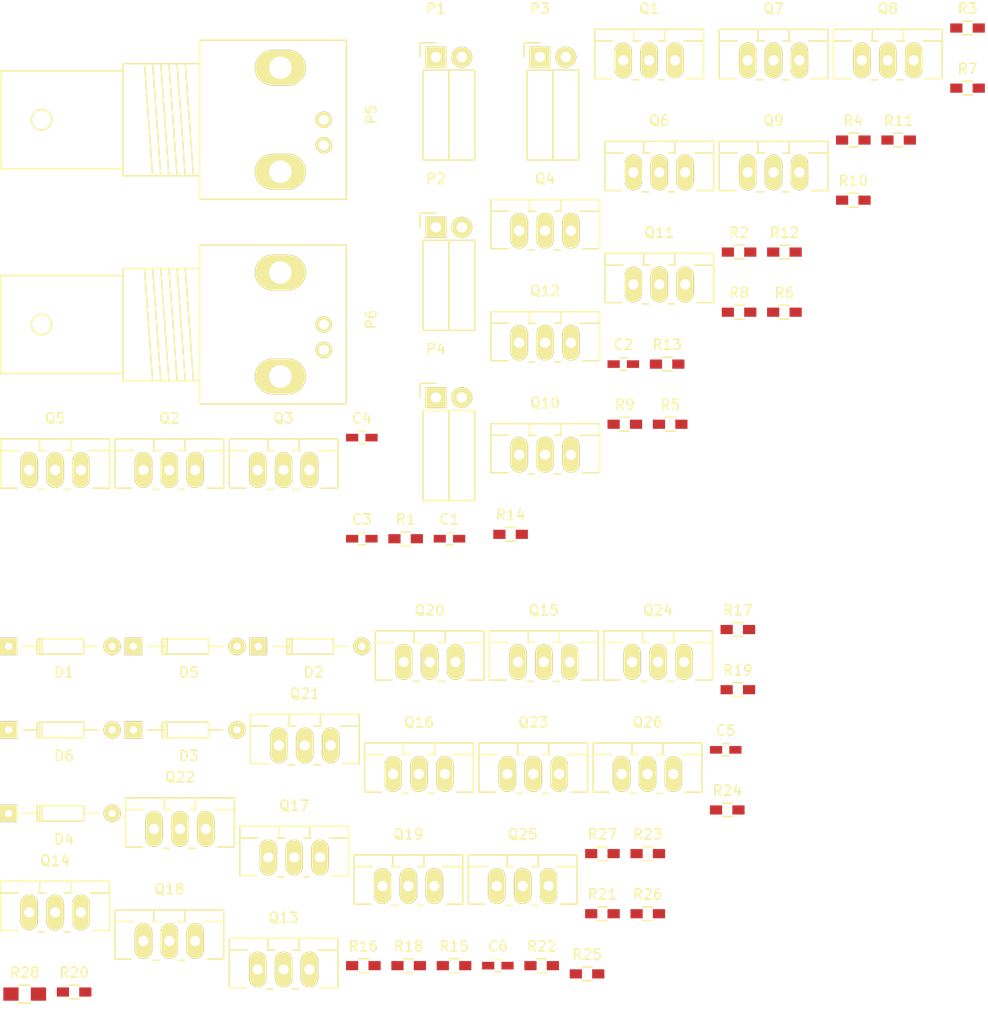
<source format=kicad_pcb>
(kicad_pcb (version 4) (host pcbnew 0.201504261001+5623~23~ubuntu15.04.1-product)

  (general
    (links 52)
    (no_connects 52)
    (area 0 0 0 0)
    (thickness 1.6)
    (drawings 0)
    (tracks 0)
    (zones 0)
    (modules 72)
    (nets 23)
  )

  (page A4)
  (layers
    (0 F.Cu signal)
    (31 B.Cu signal)
    (32 B.Adhes user)
    (33 F.Adhes user)
    (34 B.Paste user)
    (35 F.Paste user)
    (36 B.SilkS user)
    (37 F.SilkS user)
    (38 B.Mask user)
    (39 F.Mask user)
    (40 Dwgs.User user)
    (41 Cmts.User user)
    (42 Eco1.User user)
    (43 Eco2.User user)
    (44 Edge.Cuts user)
    (45 Margin user)
    (46 B.CrtYd user)
    (47 F.CrtYd user)
    (48 B.Fab user)
    (49 F.Fab user)
  )

  (setup
    (last_trace_width 0.25)
    (trace_clearance 0.2)
    (zone_clearance 0.508)
    (zone_45_only no)
    (trace_min 0.2)
    (segment_width 0.2)
    (edge_width 0.1)
    (via_size 0.6)
    (via_drill 0.4)
    (via_min_size 0.4)
    (via_min_drill 0.3)
    (uvia_size 0.3)
    (uvia_drill 0.1)
    (uvias_allowed no)
    (uvia_min_size 0.2)
    (uvia_min_drill 0.1)
    (pcb_text_width 0.3)
    (pcb_text_size 1.5 1.5)
    (mod_edge_width 0.15)
    (mod_text_size 1 1)
    (mod_text_width 0.15)
    (pad_size 1.5 1.5)
    (pad_drill 0.6)
    (pad_to_mask_clearance 0)
    (aux_axis_origin 0 0)
    (visible_elements FFFFFF7F)
    (pcbplotparams
      (layerselection 0x00030_80000001)
      (usegerberextensions false)
      (excludeedgelayer true)
      (linewidth 0.100000)
      (plotframeref false)
      (viasonmask false)
      (mode 1)
      (useauxorigin false)
      (hpglpennumber 1)
      (hpglpenspeed 20)
      (hpglpendiameter 15)
      (hpglpenoverlay 2)
      (psnegative false)
      (psa4output false)
      (plotreference true)
      (plotvalue true)
      (plotinvisibletext false)
      (padsonsilk false)
      (subtractmaskfromsilk false)
      (outputformat 1)
      (mirror false)
      (drillshape 1)
      (scaleselection 1)
      (outputdirectory ""))
  )

  (net 0 "")
  (net 1 "Net-(C1-Pad1)")
  (net 2 IN)
  (net 3 "Net-(C2-Pad1)")
  (net 4 "Net-(C2-Pad2)")
  (net 5 GND)
  (net 6 "Net-(C3-Pad2)")
  (net 7 TO_OPS)
  (net 8 "Net-(C5-Pad1)")
  (net 9 "Net-(C6-Pad1)")
  (net 10 "Net-(D1-Pad1)")
  (net 11 "Net-(D2-Pad2)")
  (net 12 +VB)
  (net 13 "Net-(D5-Pad1)")
  (net 14 "Net-(D6-Pad2)")
  (net 15 -VB)
  (net 16 -VA)
  (net 17 OUT)
  (net 18 "Net-(Q4-Pad3)")
  (net 19 "Net-(Q7-Pad2)")
  (net 20 "Net-(Q17-Pad3)")
  (net 21 "Net-(Q18-Pad2)")
  (net 22 "Net-(R22-Pad1)")

  (net_class Default "This is the default net class."
    (clearance 0.2)
    (trace_width 0.25)
    (via_dia 0.6)
    (via_drill 0.4)
    (uvia_dia 0.3)
    (uvia_drill 0.1)
    (add_net +VB)
    (add_net -VA)
    (add_net -VB)
    (add_net GND)
    (add_net IN)
    (add_net "Net-(C1-Pad1)")
    (add_net "Net-(C2-Pad1)")
    (add_net "Net-(C2-Pad2)")
    (add_net "Net-(C3-Pad2)")
    (add_net "Net-(C5-Pad1)")
    (add_net "Net-(C6-Pad1)")
    (add_net "Net-(D1-Pad1)")
    (add_net "Net-(D2-Pad2)")
    (add_net "Net-(D5-Pad1)")
    (add_net "Net-(D6-Pad2)")
    (add_net "Net-(Q17-Pad3)")
    (add_net "Net-(Q18-Pad2)")
    (add_net "Net-(Q4-Pad3)")
    (add_net "Net-(Q7-Pad2)")
    (add_net "Net-(R22-Pad1)")
    (add_net OUT)
    (add_net TO_OPS)
  )

  (module Diodes_ThroughHole:Diode_DO-35_SOD27_Horizontal_RM10 (layer F.Cu) (tedit 552FFC30) (tstamp 555EB86A)
    (at 110.26911 120.84354)
    (descr "Diode, DO-35,  SOD27, Horizontal, RM 10mm")
    (tags "Diode, DO-35, SOD27, Horizontal, RM 10mm, 1N4148,")
    (path /555EA7C6/555E696A)
    (fp_text reference D1 (at 5.43052 2.53746) (layer F.SilkS)
      (effects (font (size 1 1) (thickness 0.15)))
    )
    (fp_text value D_Schottky (at 4.41452 -3.55854) (layer F.Fab)
      (effects (font (size 1 1) (thickness 0.15)))
    )
    (fp_line (start 7.36652 -0.00254) (end 8.76352 -0.00254) (layer F.SilkS) (width 0.15))
    (fp_line (start 2.92152 -0.00254) (end 1.39752 -0.00254) (layer F.SilkS) (width 0.15))
    (fp_line (start 3.30252 -0.76454) (end 3.30252 0.75946) (layer F.SilkS) (width 0.15))
    (fp_line (start 3.04852 -0.76454) (end 3.04852 0.75946) (layer F.SilkS) (width 0.15))
    (fp_line (start 2.79452 -0.00254) (end 2.79452 0.75946) (layer F.SilkS) (width 0.15))
    (fp_line (start 2.79452 0.75946) (end 7.36652 0.75946) (layer F.SilkS) (width 0.15))
    (fp_line (start 7.36652 0.75946) (end 7.36652 -0.76454) (layer F.SilkS) (width 0.15))
    (fp_line (start 7.36652 -0.76454) (end 2.79452 -0.76454) (layer F.SilkS) (width 0.15))
    (fp_line (start 2.79452 -0.76454) (end 2.79452 -0.00254) (layer F.SilkS) (width 0.15))
    (pad 2 thru_hole circle (at 10.16052 -0.00254 180) (size 1.69926 1.69926) (drill 0.70104) (layers *.Cu *.Mask F.SilkS)
      (net 8 "Net-(C5-Pad1)"))
    (pad 1 thru_hole rect (at 0.00052 -0.00254 180) (size 1.69926 1.69926) (drill 0.70104) (layers *.Cu *.Mask F.SilkS)
      (net 10 "Net-(D1-Pad1)"))
    (model Diodes_ThroughHole.3dshapes/Diode_DO-35_SOD27_Horizontal_RM10.wrl
      (at (xyz 0.2 0 0))
      (scale (xyz 0.4 0.4 0.4))
      (rotate (xyz 0 0 180))
    )
  )

  (module Diodes_ThroughHole:Diode_DO-35_SOD27_Horizontal_RM10 (layer F.Cu) (tedit 552FFC30) (tstamp 555EB870)
    (at 134.76911 120.84354)
    (descr "Diode, DO-35,  SOD27, Horizontal, RM 10mm")
    (tags "Diode, DO-35, SOD27, Horizontal, RM 10mm, 1N4148,")
    (path /555EA7C6/555E697A)
    (fp_text reference D2 (at 5.43052 2.53746) (layer F.SilkS)
      (effects (font (size 1 1) (thickness 0.15)))
    )
    (fp_text value D_Schottky (at 4.41452 -3.55854) (layer F.Fab)
      (effects (font (size 1 1) (thickness 0.15)))
    )
    (fp_line (start 7.36652 -0.00254) (end 8.76352 -0.00254) (layer F.SilkS) (width 0.15))
    (fp_line (start 2.92152 -0.00254) (end 1.39752 -0.00254) (layer F.SilkS) (width 0.15))
    (fp_line (start 3.30252 -0.76454) (end 3.30252 0.75946) (layer F.SilkS) (width 0.15))
    (fp_line (start 3.04852 -0.76454) (end 3.04852 0.75946) (layer F.SilkS) (width 0.15))
    (fp_line (start 2.79452 -0.00254) (end 2.79452 0.75946) (layer F.SilkS) (width 0.15))
    (fp_line (start 2.79452 0.75946) (end 7.36652 0.75946) (layer F.SilkS) (width 0.15))
    (fp_line (start 7.36652 0.75946) (end 7.36652 -0.76454) (layer F.SilkS) (width 0.15))
    (fp_line (start 7.36652 -0.76454) (end 2.79452 -0.76454) (layer F.SilkS) (width 0.15))
    (fp_line (start 2.79452 -0.76454) (end 2.79452 -0.00254) (layer F.SilkS) (width 0.15))
    (pad 2 thru_hole circle (at 10.16052 -0.00254 180) (size 1.69926 1.69926) (drill 0.70104) (layers *.Cu *.Mask F.SilkS)
      (net 11 "Net-(D2-Pad2)"))
    (pad 1 thru_hole rect (at 0.00052 -0.00254 180) (size 1.69926 1.69926) (drill 0.70104) (layers *.Cu *.Mask F.SilkS)
      (net 9 "Net-(C6-Pad1)"))
    (model Diodes_ThroughHole.3dshapes/Diode_DO-35_SOD27_Horizontal_RM10.wrl
      (at (xyz 0.2 0 0))
      (scale (xyz 0.4 0.4 0.4))
      (rotate (xyz 0 0 180))
    )
  )

  (module Diodes_ThroughHole:Diode_DO-35_SOD27_Horizontal_RM10 (layer F.Cu) (tedit 552FFC30) (tstamp 555EB876)
    (at 122.51911 129.03354)
    (descr "Diode, DO-35,  SOD27, Horizontal, RM 10mm")
    (tags "Diode, DO-35, SOD27, Horizontal, RM 10mm, 1N4148,")
    (path /555EA7C6/555E6969)
    (fp_text reference D3 (at 5.43052 2.53746) (layer F.SilkS)
      (effects (font (size 1 1) (thickness 0.15)))
    )
    (fp_text value D (at 4.41452 -3.55854) (layer F.Fab)
      (effects (font (size 1 1) (thickness 0.15)))
    )
    (fp_line (start 7.36652 -0.00254) (end 8.76352 -0.00254) (layer F.SilkS) (width 0.15))
    (fp_line (start 2.92152 -0.00254) (end 1.39752 -0.00254) (layer F.SilkS) (width 0.15))
    (fp_line (start 3.30252 -0.76454) (end 3.30252 0.75946) (layer F.SilkS) (width 0.15))
    (fp_line (start 3.04852 -0.76454) (end 3.04852 0.75946) (layer F.SilkS) (width 0.15))
    (fp_line (start 2.79452 -0.00254) (end 2.79452 0.75946) (layer F.SilkS) (width 0.15))
    (fp_line (start 2.79452 0.75946) (end 7.36652 0.75946) (layer F.SilkS) (width 0.15))
    (fp_line (start 7.36652 0.75946) (end 7.36652 -0.76454) (layer F.SilkS) (width 0.15))
    (fp_line (start 7.36652 -0.76454) (end 2.79452 -0.76454) (layer F.SilkS) (width 0.15))
    (fp_line (start 2.79452 -0.76454) (end 2.79452 -0.00254) (layer F.SilkS) (width 0.15))
    (pad 2 thru_hole circle (at 10.16052 -0.00254 180) (size 1.69926 1.69926) (drill 0.70104) (layers *.Cu *.Mask F.SilkS)
      (net 10 "Net-(D1-Pad1)"))
    (pad 1 thru_hole rect (at 0.00052 -0.00254 180) (size 1.69926 1.69926) (drill 0.70104) (layers *.Cu *.Mask F.SilkS))
    (model Diodes_ThroughHole.3dshapes/Diode_DO-35_SOD27_Horizontal_RM10.wrl
      (at (xyz 0.2 0 0))
      (scale (xyz 0.4 0.4 0.4))
      (rotate (xyz 0 0 180))
    )
  )

  (module Diodes_ThroughHole:Diode_DO-35_SOD27_Horizontal_RM10 (layer F.Cu) (tedit 552FFC30) (tstamp 555EB87C)
    (at 110.26911 137.22354)
    (descr "Diode, DO-35,  SOD27, Horizontal, RM 10mm")
    (tags "Diode, DO-35, SOD27, Horizontal, RM 10mm, 1N4148,")
    (path /555EA7C6/555E6979)
    (fp_text reference D4 (at 5.43052 2.53746) (layer F.SilkS)
      (effects (font (size 1 1) (thickness 0.15)))
    )
    (fp_text value D (at 4.41452 -3.55854) (layer F.Fab)
      (effects (font (size 1 1) (thickness 0.15)))
    )
    (fp_line (start 7.36652 -0.00254) (end 8.76352 -0.00254) (layer F.SilkS) (width 0.15))
    (fp_line (start 2.92152 -0.00254) (end 1.39752 -0.00254) (layer F.SilkS) (width 0.15))
    (fp_line (start 3.30252 -0.76454) (end 3.30252 0.75946) (layer F.SilkS) (width 0.15))
    (fp_line (start 3.04852 -0.76454) (end 3.04852 0.75946) (layer F.SilkS) (width 0.15))
    (fp_line (start 2.79452 -0.00254) (end 2.79452 0.75946) (layer F.SilkS) (width 0.15))
    (fp_line (start 2.79452 0.75946) (end 7.36652 0.75946) (layer F.SilkS) (width 0.15))
    (fp_line (start 7.36652 0.75946) (end 7.36652 -0.76454) (layer F.SilkS) (width 0.15))
    (fp_line (start 7.36652 -0.76454) (end 2.79452 -0.76454) (layer F.SilkS) (width 0.15))
    (fp_line (start 2.79452 -0.76454) (end 2.79452 -0.00254) (layer F.SilkS) (width 0.15))
    (pad 2 thru_hole circle (at 10.16052 -0.00254 180) (size 1.69926 1.69926) (drill 0.70104) (layers *.Cu *.Mask F.SilkS))
    (pad 1 thru_hole rect (at 0.00052 -0.00254 180) (size 1.69926 1.69926) (drill 0.70104) (layers *.Cu *.Mask F.SilkS)
      (net 11 "Net-(D2-Pad2)"))
    (model Diodes_ThroughHole.3dshapes/Diode_DO-35_SOD27_Horizontal_RM10.wrl
      (at (xyz 0.2 0 0))
      (scale (xyz 0.4 0.4 0.4))
      (rotate (xyz 0 0 180))
    )
  )

  (module Diodes_ThroughHole:Diode_DO-35_SOD27_Horizontal_RM10 (layer F.Cu) (tedit 552FFC30) (tstamp 555EB882)
    (at 122.51911 120.84354)
    (descr "Diode, DO-35,  SOD27, Horizontal, RM 10mm")
    (tags "Diode, DO-35, SOD27, Horizontal, RM 10mm, 1N4148,")
    (path /555EA7C6/555E696F)
    (fp_text reference D5 (at 5.43052 2.53746) (layer F.SilkS)
      (effects (font (size 1 1) (thickness 0.15)))
    )
    (fp_text value D (at 4.41452 -3.55854) (layer F.Fab)
      (effects (font (size 1 1) (thickness 0.15)))
    )
    (fp_line (start 7.36652 -0.00254) (end 8.76352 -0.00254) (layer F.SilkS) (width 0.15))
    (fp_line (start 2.92152 -0.00254) (end 1.39752 -0.00254) (layer F.SilkS) (width 0.15))
    (fp_line (start 3.30252 -0.76454) (end 3.30252 0.75946) (layer F.SilkS) (width 0.15))
    (fp_line (start 3.04852 -0.76454) (end 3.04852 0.75946) (layer F.SilkS) (width 0.15))
    (fp_line (start 2.79452 -0.00254) (end 2.79452 0.75946) (layer F.SilkS) (width 0.15))
    (fp_line (start 2.79452 0.75946) (end 7.36652 0.75946) (layer F.SilkS) (width 0.15))
    (fp_line (start 7.36652 0.75946) (end 7.36652 -0.76454) (layer F.SilkS) (width 0.15))
    (fp_line (start 7.36652 -0.76454) (end 2.79452 -0.76454) (layer F.SilkS) (width 0.15))
    (fp_line (start 2.79452 -0.76454) (end 2.79452 -0.00254) (layer F.SilkS) (width 0.15))
    (pad 2 thru_hole circle (at 10.16052 -0.00254 180) (size 1.69926 1.69926) (drill 0.70104) (layers *.Cu *.Mask F.SilkS)
      (net 12 +VB))
    (pad 1 thru_hole rect (at 0.00052 -0.00254 180) (size 1.69926 1.69926) (drill 0.70104) (layers *.Cu *.Mask F.SilkS)
      (net 13 "Net-(D5-Pad1)"))
    (model Diodes_ThroughHole.3dshapes/Diode_DO-35_SOD27_Horizontal_RM10.wrl
      (at (xyz 0.2 0 0))
      (scale (xyz 0.4 0.4 0.4))
      (rotate (xyz 0 0 180))
    )
  )

  (module Diodes_ThroughHole:Diode_DO-35_SOD27_Horizontal_RM10 (layer F.Cu) (tedit 552FFC30) (tstamp 555EB888)
    (at 110.26911 129.03354)
    (descr "Diode, DO-35,  SOD27, Horizontal, RM 10mm")
    (tags "Diode, DO-35, SOD27, Horizontal, RM 10mm, 1N4148,")
    (path /555EA7C6/555E697D)
    (fp_text reference D6 (at 5.43052 2.53746) (layer F.SilkS)
      (effects (font (size 1 1) (thickness 0.15)))
    )
    (fp_text value D (at 4.41452 -3.55854) (layer F.Fab)
      (effects (font (size 1 1) (thickness 0.15)))
    )
    (fp_line (start 7.36652 -0.00254) (end 8.76352 -0.00254) (layer F.SilkS) (width 0.15))
    (fp_line (start 2.92152 -0.00254) (end 1.39752 -0.00254) (layer F.SilkS) (width 0.15))
    (fp_line (start 3.30252 -0.76454) (end 3.30252 0.75946) (layer F.SilkS) (width 0.15))
    (fp_line (start 3.04852 -0.76454) (end 3.04852 0.75946) (layer F.SilkS) (width 0.15))
    (fp_line (start 2.79452 -0.00254) (end 2.79452 0.75946) (layer F.SilkS) (width 0.15))
    (fp_line (start 2.79452 0.75946) (end 7.36652 0.75946) (layer F.SilkS) (width 0.15))
    (fp_line (start 7.36652 0.75946) (end 7.36652 -0.76454) (layer F.SilkS) (width 0.15))
    (fp_line (start 7.36652 -0.76454) (end 2.79452 -0.76454) (layer F.SilkS) (width 0.15))
    (fp_line (start 2.79452 -0.76454) (end 2.79452 -0.00254) (layer F.SilkS) (width 0.15))
    (pad 2 thru_hole circle (at 10.16052 -0.00254 180) (size 1.69926 1.69926) (drill 0.70104) (layers *.Cu *.Mask F.SilkS)
      (net 14 "Net-(D6-Pad2)"))
    (pad 1 thru_hole rect (at 0.00052 -0.00254 180) (size 1.69926 1.69926) (drill 0.70104) (layers *.Cu *.Mask F.SilkS)
      (net 15 -VB))
    (model Diodes_ThroughHole.3dshapes/Diode_DO-35_SOD27_Horizontal_RM10.wrl
      (at (xyz 0.2 0 0))
      (scale (xyz 0.4 0.4 0.4))
      (rotate (xyz 0 0 180))
    )
  )

  (module Socket_Strips:Socket_Strip_Angled_1x02 (layer F.Cu) (tedit 0) (tstamp 555EB88E)
    (at 152.198333 63.025)
    (descr "Through hole socket strip")
    (tags "socket strip")
    (path /555E9A30)
    (fp_text reference P1 (at 0 -4.75) (layer F.SilkS)
      (effects (font (size 1 1) (thickness 0.15)))
    )
    (fp_text value CONN_01X02 (at 0 -2.75) (layer F.Fab)
      (effects (font (size 1 1) (thickness 0.15)))
    )
    (fp_line (start -1.75 -1.5) (end -1.75 10.6) (layer F.CrtYd) (width 0.05))
    (fp_line (start 4.3 -1.5) (end 4.3 10.6) (layer F.CrtYd) (width 0.05))
    (fp_line (start -1.75 -1.5) (end 4.3 -1.5) (layer F.CrtYd) (width 0.05))
    (fp_line (start -1.75 10.6) (end 4.3 10.6) (layer F.CrtYd) (width 0.05))
    (fp_line (start 3.81 10.1) (end 3.81 1.27) (layer F.SilkS) (width 0.15))
    (fp_line (start 1.27 10.1) (end 3.81 10.1) (layer F.SilkS) (width 0.15))
    (fp_line (start 1.27 1.27) (end 1.27 10.1) (layer F.SilkS) (width 0.15))
    (fp_line (start 1.27 1.27) (end 3.81 1.27) (layer F.SilkS) (width 0.15))
    (fp_line (start -1.27 1.27) (end 1.27 1.27) (layer F.SilkS) (width 0.15))
    (fp_line (start 0 -1.4) (end -1.55 -1.4) (layer F.SilkS) (width 0.15))
    (fp_line (start -1.55 -1.4) (end -1.55 0) (layer F.SilkS) (width 0.15))
    (fp_line (start -1.27 1.27) (end -1.27 10.1) (layer F.SilkS) (width 0.15))
    (fp_line (start -1.27 10.1) (end 1.27 10.1) (layer F.SilkS) (width 0.15))
    (fp_line (start 1.27 10.1) (end 1.27 1.27) (layer F.SilkS) (width 0.15))
    (pad 1 thru_hole rect (at 0 0) (size 2.032 2.032) (drill 1.016) (layers *.Cu *.Mask F.SilkS))
    (pad 2 thru_hole oval (at 2.54 0) (size 2.032 2.032) (drill 1.016) (layers *.Cu *.Mask F.SilkS)
      (net 5 GND))
    (model Socket_Strips.3dshapes/Socket_Strip_Angled_1x02.wrl
      (at (xyz 0.05 0 0))
      (scale (xyz 1 1 1))
      (rotate (xyz 0 0 180))
    )
  )

  (module Socket_Strips:Socket_Strip_Angled_1x02 (layer F.Cu) (tedit 0) (tstamp 555EB894)
    (at 152.198333 79.725)
    (descr "Through hole socket strip")
    (tags "socket strip")
    (path /555EA18B)
    (fp_text reference P2 (at 0 -4.75) (layer F.SilkS)
      (effects (font (size 1 1) (thickness 0.15)))
    )
    (fp_text value CONN_01X02 (at 0 -2.75) (layer F.Fab)
      (effects (font (size 1 1) (thickness 0.15)))
    )
    (fp_line (start -1.75 -1.5) (end -1.75 10.6) (layer F.CrtYd) (width 0.05))
    (fp_line (start 4.3 -1.5) (end 4.3 10.6) (layer F.CrtYd) (width 0.05))
    (fp_line (start -1.75 -1.5) (end 4.3 -1.5) (layer F.CrtYd) (width 0.05))
    (fp_line (start -1.75 10.6) (end 4.3 10.6) (layer F.CrtYd) (width 0.05))
    (fp_line (start 3.81 10.1) (end 3.81 1.27) (layer F.SilkS) (width 0.15))
    (fp_line (start 1.27 10.1) (end 3.81 10.1) (layer F.SilkS) (width 0.15))
    (fp_line (start 1.27 1.27) (end 1.27 10.1) (layer F.SilkS) (width 0.15))
    (fp_line (start 1.27 1.27) (end 3.81 1.27) (layer F.SilkS) (width 0.15))
    (fp_line (start -1.27 1.27) (end 1.27 1.27) (layer F.SilkS) (width 0.15))
    (fp_line (start 0 -1.4) (end -1.55 -1.4) (layer F.SilkS) (width 0.15))
    (fp_line (start -1.55 -1.4) (end -1.55 0) (layer F.SilkS) (width 0.15))
    (fp_line (start -1.27 1.27) (end -1.27 10.1) (layer F.SilkS) (width 0.15))
    (fp_line (start -1.27 10.1) (end 1.27 10.1) (layer F.SilkS) (width 0.15))
    (fp_line (start 1.27 10.1) (end 1.27 1.27) (layer F.SilkS) (width 0.15))
    (pad 1 thru_hole rect (at 0 0) (size 2.032 2.032) (drill 1.016) (layers *.Cu *.Mask F.SilkS)
      (net 12 +VB))
    (pad 2 thru_hole oval (at 2.54 0) (size 2.032 2.032) (drill 1.016) (layers *.Cu *.Mask F.SilkS)
      (net 5 GND))
    (model Socket_Strips.3dshapes/Socket_Strip_Angled_1x02.wrl
      (at (xyz 0.05 0 0))
      (scale (xyz 1 1 1))
      (rotate (xyz 0 0 180))
    )
  )

  (module Socket_Strips:Socket_Strip_Angled_1x02 (layer F.Cu) (tedit 0) (tstamp 555EB89A)
    (at 162.408333 63.025)
    (descr "Through hole socket strip")
    (tags "socket strip")
    (path /555E9943)
    (fp_text reference P3 (at 0 -4.75) (layer F.SilkS)
      (effects (font (size 1 1) (thickness 0.15)))
    )
    (fp_text value CONN_01X02 (at 0 -2.75) (layer F.Fab)
      (effects (font (size 1 1) (thickness 0.15)))
    )
    (fp_line (start -1.75 -1.5) (end -1.75 10.6) (layer F.CrtYd) (width 0.05))
    (fp_line (start 4.3 -1.5) (end 4.3 10.6) (layer F.CrtYd) (width 0.05))
    (fp_line (start -1.75 -1.5) (end 4.3 -1.5) (layer F.CrtYd) (width 0.05))
    (fp_line (start -1.75 10.6) (end 4.3 10.6) (layer F.CrtYd) (width 0.05))
    (fp_line (start 3.81 10.1) (end 3.81 1.27) (layer F.SilkS) (width 0.15))
    (fp_line (start 1.27 10.1) (end 3.81 10.1) (layer F.SilkS) (width 0.15))
    (fp_line (start 1.27 1.27) (end 1.27 10.1) (layer F.SilkS) (width 0.15))
    (fp_line (start 1.27 1.27) (end 3.81 1.27) (layer F.SilkS) (width 0.15))
    (fp_line (start -1.27 1.27) (end 1.27 1.27) (layer F.SilkS) (width 0.15))
    (fp_line (start 0 -1.4) (end -1.55 -1.4) (layer F.SilkS) (width 0.15))
    (fp_line (start -1.55 -1.4) (end -1.55 0) (layer F.SilkS) (width 0.15))
    (fp_line (start -1.27 1.27) (end -1.27 10.1) (layer F.SilkS) (width 0.15))
    (fp_line (start -1.27 10.1) (end 1.27 10.1) (layer F.SilkS) (width 0.15))
    (fp_line (start 1.27 10.1) (end 1.27 1.27) (layer F.SilkS) (width 0.15))
    (pad 1 thru_hole rect (at 0 0) (size 2.032 2.032) (drill 1.016) (layers *.Cu *.Mask F.SilkS)
      (net 16 -VA))
    (pad 2 thru_hole oval (at 2.54 0) (size 2.032 2.032) (drill 1.016) (layers *.Cu *.Mask F.SilkS)
      (net 5 GND))
    (model Socket_Strips.3dshapes/Socket_Strip_Angled_1x02.wrl
      (at (xyz 0.05 0 0))
      (scale (xyz 1 1 1))
      (rotate (xyz 0 0 180))
    )
  )

  (module Socket_Strips:Socket_Strip_Angled_1x02 (layer F.Cu) (tedit 0) (tstamp 555EB8A0)
    (at 152.198333 96.425)
    (descr "Through hole socket strip")
    (tags "socket strip")
    (path /555EA185)
    (fp_text reference P4 (at 0 -4.75) (layer F.SilkS)
      (effects (font (size 1 1) (thickness 0.15)))
    )
    (fp_text value CONN_01X02 (at 0 -2.75) (layer F.Fab)
      (effects (font (size 1 1) (thickness 0.15)))
    )
    (fp_line (start -1.75 -1.5) (end -1.75 10.6) (layer F.CrtYd) (width 0.05))
    (fp_line (start 4.3 -1.5) (end 4.3 10.6) (layer F.CrtYd) (width 0.05))
    (fp_line (start -1.75 -1.5) (end 4.3 -1.5) (layer F.CrtYd) (width 0.05))
    (fp_line (start -1.75 10.6) (end 4.3 10.6) (layer F.CrtYd) (width 0.05))
    (fp_line (start 3.81 10.1) (end 3.81 1.27) (layer F.SilkS) (width 0.15))
    (fp_line (start 1.27 10.1) (end 3.81 10.1) (layer F.SilkS) (width 0.15))
    (fp_line (start 1.27 1.27) (end 1.27 10.1) (layer F.SilkS) (width 0.15))
    (fp_line (start 1.27 1.27) (end 3.81 1.27) (layer F.SilkS) (width 0.15))
    (fp_line (start -1.27 1.27) (end 1.27 1.27) (layer F.SilkS) (width 0.15))
    (fp_line (start 0 -1.4) (end -1.55 -1.4) (layer F.SilkS) (width 0.15))
    (fp_line (start -1.55 -1.4) (end -1.55 0) (layer F.SilkS) (width 0.15))
    (fp_line (start -1.27 1.27) (end -1.27 10.1) (layer F.SilkS) (width 0.15))
    (fp_line (start -1.27 10.1) (end 1.27 10.1) (layer F.SilkS) (width 0.15))
    (fp_line (start 1.27 10.1) (end 1.27 1.27) (layer F.SilkS) (width 0.15))
    (pad 1 thru_hole rect (at 0 0) (size 2.032 2.032) (drill 1.016) (layers *.Cu *.Mask F.SilkS)
      (net 15 -VB))
    (pad 2 thru_hole oval (at 2.54 0) (size 2.032 2.032) (drill 1.016) (layers *.Cu *.Mask F.SilkS)
      (net 5 GND))
    (model Socket_Strips.3dshapes/Socket_Strip_Angled_1x02.wrl
      (at (xyz 0.05 0 0))
      (scale (xyz 1 1 1))
      (rotate (xyz 0 0 180))
    )
  )

  (module Sockets_BNC:BNC_Socket_TYCO-AMP (layer F.Cu) (tedit 0) (tstamp 555EB8A8)
    (at 136.195481 69.17414 90)
    (descr "BNC Socket TYCO AMP")
    (tags "BNC Socket TYCO AMP")
    (path /555F9949)
    (fp_text reference P5 (at 0.508 9.652 90) (layer F.SilkS)
      (effects (font (size 1 1) (thickness 0.15)))
    )
    (fp_text value BNC (at 10.89914 -9.6012 180) (layer F.Fab)
      (effects (font (size 1 1) (thickness 0.15)))
    )
    (fp_line (start -5.4991 -11.80084) (end 5.4991 -12.60094) (layer F.SilkS) (width 0.15))
    (fp_line (start -5.4991 -11.00074) (end 5.4991 -11.80084) (layer F.SilkS) (width 0.15))
    (fp_line (start -5.4991 -10.20064) (end 5.4991 -11.00074) (layer F.SilkS) (width 0.15))
    (fp_line (start -5.4991 -9.40054) (end 5.4991 -10.20064) (layer F.SilkS) (width 0.15))
    (fp_line (start -5.4991 -8.60044) (end 5.4991 -9.40054) (layer F.SilkS) (width 0.15))
    (fp_line (start -5.4991 -7.80034) (end 5.4991 -8.60044) (layer F.SilkS) (width 0.15))
    (fp_circle (center 0 -22.69998) (end 1.00076 -22.69998) (layer F.SilkS) (width 0.15))
    (fp_line (start 4.8006 -14.69898) (end 4.8006 -26.70048) (layer F.SilkS) (width 0.15))
    (fp_line (start 4.8006 -26.70048) (end -4.8006 -26.70048) (layer F.SilkS) (width 0.15))
    (fp_line (start -4.8006 -26.70048) (end -4.8006 -14.69898) (layer F.SilkS) (width 0.15))
    (fp_line (start 5.4991 -7.2009) (end 5.4991 -14.69898) (layer F.SilkS) (width 0.15))
    (fp_line (start 5.4991 -14.69898) (end -5.4991 -14.69898) (layer F.SilkS) (width 0.15))
    (fp_line (start -5.4991 -14.69898) (end -5.4991 -7.2009) (layer F.SilkS) (width 0.15))
    (fp_line (start -7.80034 7.2009) (end 7.80034 7.2009) (layer F.SilkS) (width 0.15))
    (fp_line (start 7.80034 7.2009) (end 7.80034 -7.2009) (layer F.SilkS) (width 0.15))
    (fp_line (start 7.80034 -7.2009) (end -7.80034 -7.2009) (layer F.SilkS) (width 0.15))
    (fp_line (start -7.80034 -7.2009) (end -7.80034 7.2009) (layer F.SilkS) (width 0.15))
    (pad 2 thru_hole oval (at -5.09778 0.7366 90) (size 3.50012 5.00126) (drill 2.19964) (layers *.Cu *.Mask F.SilkS)
      (net 5 GND))
    (pad 2 thru_hole oval (at 5.10032 0.7366 90) (size 3.50012 5.00126) (drill 2.19964) (layers *.Cu *.Mask F.SilkS)
      (net 5 GND))
    (pad 1 thru_hole circle (at 0 5.00126 90) (size 1.6002 1.6002) (drill 1.00076) (layers *.Cu *.Mask F.SilkS)
      (net 2 IN))
    (pad 2 thru_hole circle (at -2.49936 5.00126 90) (size 1.6002 1.6002) (drill 1.00076) (layers *.Cu *.Mask F.SilkS)
      (net 5 GND))
    (model Sockets_BNC.3dshapes/BNC_Socket_TYCO-AMP.wrl
      (at (xyz 0 0 0))
      (scale (xyz 0.3937 0.3937 0.3937))
      (rotate (xyz 0 0 0))
    )
  )

  (module Sockets_BNC:BNC_Socket_TYCO-AMP (layer F.Cu) (tedit 0) (tstamp 555EB8B0)
    (at 136.195481 89.26414 90)
    (descr "BNC Socket TYCO AMP")
    (tags "BNC Socket TYCO AMP")
    (path /555E9171)
    (fp_text reference P6 (at 0.508 9.652 90) (layer F.SilkS)
      (effects (font (size 1 1) (thickness 0.15)))
    )
    (fp_text value BNC (at 10.89914 -9.6012 180) (layer F.Fab)
      (effects (font (size 1 1) (thickness 0.15)))
    )
    (fp_line (start -5.4991 -11.80084) (end 5.4991 -12.60094) (layer F.SilkS) (width 0.15))
    (fp_line (start -5.4991 -11.00074) (end 5.4991 -11.80084) (layer F.SilkS) (width 0.15))
    (fp_line (start -5.4991 -10.20064) (end 5.4991 -11.00074) (layer F.SilkS) (width 0.15))
    (fp_line (start -5.4991 -9.40054) (end 5.4991 -10.20064) (layer F.SilkS) (width 0.15))
    (fp_line (start -5.4991 -8.60044) (end 5.4991 -9.40054) (layer F.SilkS) (width 0.15))
    (fp_line (start -5.4991 -7.80034) (end 5.4991 -8.60044) (layer F.SilkS) (width 0.15))
    (fp_circle (center 0 -22.69998) (end 1.00076 -22.69998) (layer F.SilkS) (width 0.15))
    (fp_line (start 4.8006 -14.69898) (end 4.8006 -26.70048) (layer F.SilkS) (width 0.15))
    (fp_line (start 4.8006 -26.70048) (end -4.8006 -26.70048) (layer F.SilkS) (width 0.15))
    (fp_line (start -4.8006 -26.70048) (end -4.8006 -14.69898) (layer F.SilkS) (width 0.15))
    (fp_line (start 5.4991 -7.2009) (end 5.4991 -14.69898) (layer F.SilkS) (width 0.15))
    (fp_line (start 5.4991 -14.69898) (end -5.4991 -14.69898) (layer F.SilkS) (width 0.15))
    (fp_line (start -5.4991 -14.69898) (end -5.4991 -7.2009) (layer F.SilkS) (width 0.15))
    (fp_line (start -7.80034 7.2009) (end 7.80034 7.2009) (layer F.SilkS) (width 0.15))
    (fp_line (start 7.80034 7.2009) (end 7.80034 -7.2009) (layer F.SilkS) (width 0.15))
    (fp_line (start 7.80034 -7.2009) (end -7.80034 -7.2009) (layer F.SilkS) (width 0.15))
    (fp_line (start -7.80034 -7.2009) (end -7.80034 7.2009) (layer F.SilkS) (width 0.15))
    (pad 2 thru_hole oval (at -5.09778 0.7366 90) (size 3.50012 5.00126) (drill 2.19964) (layers *.Cu *.Mask F.SilkS)
      (net 5 GND))
    (pad 2 thru_hole oval (at 5.10032 0.7366 90) (size 3.50012 5.00126) (drill 2.19964) (layers *.Cu *.Mask F.SilkS)
      (net 5 GND))
    (pad 1 thru_hole circle (at 0 5.00126 90) (size 1.6002 1.6002) (drill 1.00076) (layers *.Cu *.Mask F.SilkS)
      (net 17 OUT))
    (pad 2 thru_hole circle (at -2.49936 5.00126 90) (size 1.6002 1.6002) (drill 1.00076) (layers *.Cu *.Mask F.SilkS)
      (net 5 GND))
    (model Sockets_BNC.3dshapes/BNC_Socket_TYCO-AMP.wrl
      (at (xyz 0 0 0))
      (scale (xyz 0.3937 0.3937 0.3937))
      (rotate (xyz 0 0 0))
    )
  )

  (module Capacitors_SMD:C_0603_HandSoldering (layer F.Cu) (tedit 541A9B4D) (tstamp 555EC2F7)
    (at 153.525001 110.275)
    (descr "Capacitor SMD 0603, hand soldering")
    (tags "capacitor 0603")
    (path /555E66AA)
    (attr smd)
    (fp_text reference C1 (at 0 -1.9) (layer F.SilkS)
      (effects (font (size 1 1) (thickness 0.15)))
    )
    (fp_text value C (at 0 1.9) (layer F.Fab)
      (effects (font (size 1 1) (thickness 0.15)))
    )
    (fp_line (start -1.85 -0.75) (end 1.85 -0.75) (layer F.CrtYd) (width 0.05))
    (fp_line (start -1.85 0.75) (end 1.85 0.75) (layer F.CrtYd) (width 0.05))
    (fp_line (start -1.85 -0.75) (end -1.85 0.75) (layer F.CrtYd) (width 0.05))
    (fp_line (start 1.85 -0.75) (end 1.85 0.75) (layer F.CrtYd) (width 0.05))
    (fp_line (start -0.35 -0.6) (end 0.35 -0.6) (layer F.SilkS) (width 0.15))
    (fp_line (start 0.35 0.6) (end -0.35 0.6) (layer F.SilkS) (width 0.15))
    (pad 1 smd rect (at -0.95 0) (size 1.2 0.75) (layers F.Cu F.Paste F.Mask)
      (net 1 "Net-(C1-Pad1)"))
    (pad 2 smd rect (at 0.95 0) (size 1.2 0.75) (layers F.Cu F.Paste F.Mask)
      (net 2 IN))
    (model Capacitors_SMD.3dshapes/C_0603_HandSoldering.wrl
      (at (xyz 0 0 0))
      (scale (xyz 1 1 1))
      (rotate (xyz 0 0 0))
    )
  )

  (module Capacitors_SMD:C_0603_HandSoldering (layer F.Cu) (tedit 541A9B4D) (tstamp 555EC2FC)
    (at 170.585001 93.145)
    (descr "Capacitor SMD 0603, hand soldering")
    (tags "capacitor 0603")
    (path /555E6C49)
    (attr smd)
    (fp_text reference C2 (at 0 -1.9) (layer F.SilkS)
      (effects (font (size 1 1) (thickness 0.15)))
    )
    (fp_text value C (at 0 1.9) (layer F.Fab)
      (effects (font (size 1 1) (thickness 0.15)))
    )
    (fp_line (start -1.85 -0.75) (end 1.85 -0.75) (layer F.CrtYd) (width 0.05))
    (fp_line (start -1.85 0.75) (end 1.85 0.75) (layer F.CrtYd) (width 0.05))
    (fp_line (start -1.85 -0.75) (end -1.85 0.75) (layer F.CrtYd) (width 0.05))
    (fp_line (start 1.85 -0.75) (end 1.85 0.75) (layer F.CrtYd) (width 0.05))
    (fp_line (start -0.35 -0.6) (end 0.35 -0.6) (layer F.SilkS) (width 0.15))
    (fp_line (start 0.35 0.6) (end -0.35 0.6) (layer F.SilkS) (width 0.15))
    (pad 1 smd rect (at -0.95 0) (size 1.2 0.75) (layers F.Cu F.Paste F.Mask)
      (net 3 "Net-(C2-Pad1)"))
    (pad 2 smd rect (at 0.95 0) (size 1.2 0.75) (layers F.Cu F.Paste F.Mask)
      (net 4 "Net-(C2-Pad2)"))
    (model Capacitors_SMD.3dshapes/C_0603_HandSoldering.wrl
      (at (xyz 0 0 0))
      (scale (xyz 1 1 1))
      (rotate (xyz 0 0 0))
    )
  )

  (module Capacitors_SMD:C_0603_HandSoldering (layer F.Cu) (tedit 541A9B4D) (tstamp 555EC301)
    (at 144.925001 110.275)
    (descr "Capacitor SMD 0603, hand soldering")
    (tags "capacitor 0603")
    (path /555E6729)
    (attr smd)
    (fp_text reference C3 (at 0 -1.9) (layer F.SilkS)
      (effects (font (size 1 1) (thickness 0.15)))
    )
    (fp_text value C (at 0 1.9) (layer F.Fab)
      (effects (font (size 1 1) (thickness 0.15)))
    )
    (fp_line (start -1.85 -0.75) (end 1.85 -0.75) (layer F.CrtYd) (width 0.05))
    (fp_line (start -1.85 0.75) (end 1.85 0.75) (layer F.CrtYd) (width 0.05))
    (fp_line (start -1.85 -0.75) (end -1.85 0.75) (layer F.CrtYd) (width 0.05))
    (fp_line (start 1.85 -0.75) (end 1.85 0.75) (layer F.CrtYd) (width 0.05))
    (fp_line (start -0.35 -0.6) (end 0.35 -0.6) (layer F.SilkS) (width 0.15))
    (fp_line (start 0.35 0.6) (end -0.35 0.6) (layer F.SilkS) (width 0.15))
    (pad 1 smd rect (at -0.95 0) (size 1.2 0.75) (layers F.Cu F.Paste F.Mask)
      (net 5 GND))
    (pad 2 smd rect (at 0.95 0) (size 1.2 0.75) (layers F.Cu F.Paste F.Mask)
      (net 6 "Net-(C3-Pad2)"))
    (model Capacitors_SMD.3dshapes/C_0603_HandSoldering.wrl
      (at (xyz 0 0 0))
      (scale (xyz 1 1 1))
      (rotate (xyz 0 0 0))
    )
  )

  (module Capacitors_SMD:C_0603_HandSoldering (layer F.Cu) (tedit 541A9B4D) (tstamp 555EC306)
    (at 144.925001 100.355)
    (descr "Capacitor SMD 0603, hand soldering")
    (tags "capacitor 0603")
    (path /555EB033)
    (attr smd)
    (fp_text reference C4 (at 0 -1.9) (layer F.SilkS)
      (effects (font (size 1 1) (thickness 0.15)))
    )
    (fp_text value C (at 0 1.9) (layer F.Fab)
      (effects (font (size 1 1) (thickness 0.15)))
    )
    (fp_line (start -1.85 -0.75) (end 1.85 -0.75) (layer F.CrtYd) (width 0.05))
    (fp_line (start -1.85 0.75) (end 1.85 0.75) (layer F.CrtYd) (width 0.05))
    (fp_line (start -1.85 -0.75) (end -1.85 0.75) (layer F.CrtYd) (width 0.05))
    (fp_line (start 1.85 -0.75) (end 1.85 0.75) (layer F.CrtYd) (width 0.05))
    (fp_line (start -0.35 -0.6) (end 0.35 -0.6) (layer F.SilkS) (width 0.15))
    (fp_line (start 0.35 0.6) (end -0.35 0.6) (layer F.SilkS) (width 0.15))
    (pad 1 smd rect (at -0.95 0) (size 1.2 0.75) (layers F.Cu F.Paste F.Mask)
      (net 7 TO_OPS))
    (pad 2 smd rect (at 0.95 0) (size 1.2 0.75) (layers F.Cu F.Paste F.Mask))
    (model Capacitors_SMD.3dshapes/C_0603_HandSoldering.wrl
      (at (xyz 0 0 0))
      (scale (xyz 1 1 1))
      (rotate (xyz 0 0 0))
    )
  )

  (module Capacitors_SMD:C_0603_HandSoldering (layer F.Cu) (tedit 541A9B4D) (tstamp 555EC30B)
    (at 180.635001 130.985)
    (descr "Capacitor SMD 0603, hand soldering")
    (tags "capacitor 0603")
    (path /555EA7C6/555E6972)
    (attr smd)
    (fp_text reference C5 (at 0 -1.9) (layer F.SilkS)
      (effects (font (size 1 1) (thickness 0.15)))
    )
    (fp_text value C (at 0 1.9) (layer F.Fab)
      (effects (font (size 1 1) (thickness 0.15)))
    )
    (fp_line (start -1.85 -0.75) (end 1.85 -0.75) (layer F.CrtYd) (width 0.05))
    (fp_line (start -1.85 0.75) (end 1.85 0.75) (layer F.CrtYd) (width 0.05))
    (fp_line (start -1.85 -0.75) (end -1.85 0.75) (layer F.CrtYd) (width 0.05))
    (fp_line (start 1.85 -0.75) (end 1.85 0.75) (layer F.CrtYd) (width 0.05))
    (fp_line (start -0.35 -0.6) (end 0.35 -0.6) (layer F.SilkS) (width 0.15))
    (fp_line (start 0.35 0.6) (end -0.35 0.6) (layer F.SilkS) (width 0.15))
    (pad 1 smd rect (at -0.95 0) (size 1.2 0.75) (layers F.Cu F.Paste F.Mask)
      (net 8 "Net-(C5-Pad1)"))
    (pad 2 smd rect (at 0.95 0) (size 1.2 0.75) (layers F.Cu F.Paste F.Mask)
      (net 7 TO_OPS))
    (model Capacitors_SMD.3dshapes/C_0603_HandSoldering.wrl
      (at (xyz 0 0 0))
      (scale (xyz 1 1 1))
      (rotate (xyz 0 0 0))
    )
  )

  (module Capacitors_SMD:C_0603_HandSoldering (layer F.Cu) (tedit 541A9B4D) (tstamp 555EC310)
    (at 158.275001 152.155)
    (descr "Capacitor SMD 0603, hand soldering")
    (tags "capacitor 0603")
    (path /555EA7C6/555E697F)
    (attr smd)
    (fp_text reference C6 (at 0 -1.9) (layer F.SilkS)
      (effects (font (size 1 1) (thickness 0.15)))
    )
    (fp_text value C (at 0 1.9) (layer F.Fab)
      (effects (font (size 1 1) (thickness 0.15)))
    )
    (fp_line (start -1.85 -0.75) (end 1.85 -0.75) (layer F.CrtYd) (width 0.05))
    (fp_line (start -1.85 0.75) (end 1.85 0.75) (layer F.CrtYd) (width 0.05))
    (fp_line (start -1.85 -0.75) (end -1.85 0.75) (layer F.CrtYd) (width 0.05))
    (fp_line (start 1.85 -0.75) (end 1.85 0.75) (layer F.CrtYd) (width 0.05))
    (fp_line (start -0.35 -0.6) (end 0.35 -0.6) (layer F.SilkS) (width 0.15))
    (fp_line (start 0.35 0.6) (end -0.35 0.6) (layer F.SilkS) (width 0.15))
    (pad 1 smd rect (at -0.95 0) (size 1.2 0.75) (layers F.Cu F.Paste F.Mask)
      (net 9 "Net-(C6-Pad1)"))
    (pad 2 smd rect (at 0.95 0) (size 1.2 0.75) (layers F.Cu F.Paste F.Mask)
      (net 7 TO_OPS))
    (model Capacitors_SMD.3dshapes/C_0603_HandSoldering.wrl
      (at (xyz 0 0 0))
      (scale (xyz 1 1 1))
      (rotate (xyz 0 0 0))
    )
  )

  (module Transistors_TO-220:TO-220_Bipolar-BCE_Vertical_LargePads (layer F.Cu) (tedit 0) (tstamp 555EC315)
    (at 173.119001 63.355)
    (descr "TO-220, Bipolar-BCE, Vertical, Large Pads,")
    (tags "TO-220, Bipolar-BCE, Vertical, Large Pads,")
    (path /555E57F7)
    (fp_text reference Q1 (at 0 -5.08) (layer F.SilkS)
      (effects (font (size 1 1) (thickness 0.15)))
    )
    (fp_text value Q_PNP_EBC (at 0 3.81) (layer F.Fab)
      (effects (font (size 1 1) (thickness 0.15)))
    )
    (fp_line (start 5.334 -1.905) (end 3.429 -1.905) (layer F.SilkS) (width 0.15))
    (fp_line (start 0.889 -1.905) (end 1.651 -1.905) (layer F.SilkS) (width 0.15))
    (fp_line (start -1.524 -1.905) (end -1.651 -1.905) (layer F.SilkS) (width 0.15))
    (fp_line (start -1.524 -1.905) (end -0.889 -1.905) (layer F.SilkS) (width 0.15))
    (fp_line (start -5.334 -1.905) (end -3.556 -1.905) (layer F.SilkS) (width 0.15))
    (fp_line (start -5.334 1.778) (end -3.683 1.778) (layer F.SilkS) (width 0.15))
    (fp_line (start -1.016 1.905) (end -1.651 1.905) (layer F.SilkS) (width 0.15))
    (fp_line (start 1.524 1.905) (end 0.889 1.905) (layer F.SilkS) (width 0.15))
    (fp_line (start 5.334 1.778) (end 3.683 1.778) (layer F.SilkS) (width 0.15))
    (fp_line (start -1.524 -3.048) (end -1.524 -1.905) (layer F.SilkS) (width 0.15))
    (fp_line (start 1.524 -3.048) (end 1.524 -1.905) (layer F.SilkS) (width 0.15))
    (fp_line (start 5.334 -1.905) (end 5.334 1.778) (layer F.SilkS) (width 0.15))
    (fp_line (start -5.334 1.778) (end -5.334 -1.905) (layer F.SilkS) (width 0.15))
    (fp_line (start 5.334 -3.048) (end 5.334 -1.905) (layer F.SilkS) (width 0.15))
    (fp_line (start -5.334 -1.905) (end -5.334 -3.048) (layer F.SilkS) (width 0.15))
    (fp_line (start 0 -3.048) (end -5.334 -3.048) (layer F.SilkS) (width 0.15))
    (fp_line (start 0 -3.048) (end 5.334 -3.048) (layer F.SilkS) (width 0.15))
    (pad C thru_hole oval (at 0 0 90) (size 3.50012 1.69926) (drill 1.00076) (layers *.Cu *.Mask F.SilkS))
    (pad B thru_hole oval (at -2.54 0 90) (size 3.50012 1.69926) (drill 1.00076) (layers *.Cu *.Mask F.SilkS))
    (pad E thru_hole oval (at 2.54 0 90) (size 3.50012 1.69926) (drill 1.00076) (layers *.Cu *.Mask F.SilkS))
    (model Transistors_TO-220.3dshapes/TO-220_Bipolar-BCE_Vertical_LargePads.wrl
      (at (xyz 0 0 0))
      (scale (xyz 0.3937 0.3937 0.3937))
      (rotate (xyz 0 0 0))
    )
  )

  (module Transistors_TO-220:TO-220_Bipolar-BCE_Vertical_LargePads (layer F.Cu) (tedit 0) (tstamp 555EC31B)
    (at 126.039001 103.535)
    (descr "TO-220, Bipolar-BCE, Vertical, Large Pads,")
    (tags "TO-220, Bipolar-BCE, Vertical, Large Pads,")
    (path /555E586E)
    (fp_text reference Q2 (at 0 -5.08) (layer F.SilkS)
      (effects (font (size 1 1) (thickness 0.15)))
    )
    (fp_text value Q_PNP_EBC (at 0 3.81) (layer F.Fab)
      (effects (font (size 1 1) (thickness 0.15)))
    )
    (fp_line (start 5.334 -1.905) (end 3.429 -1.905) (layer F.SilkS) (width 0.15))
    (fp_line (start 0.889 -1.905) (end 1.651 -1.905) (layer F.SilkS) (width 0.15))
    (fp_line (start -1.524 -1.905) (end -1.651 -1.905) (layer F.SilkS) (width 0.15))
    (fp_line (start -1.524 -1.905) (end -0.889 -1.905) (layer F.SilkS) (width 0.15))
    (fp_line (start -5.334 -1.905) (end -3.556 -1.905) (layer F.SilkS) (width 0.15))
    (fp_line (start -5.334 1.778) (end -3.683 1.778) (layer F.SilkS) (width 0.15))
    (fp_line (start -1.016 1.905) (end -1.651 1.905) (layer F.SilkS) (width 0.15))
    (fp_line (start 1.524 1.905) (end 0.889 1.905) (layer F.SilkS) (width 0.15))
    (fp_line (start 5.334 1.778) (end 3.683 1.778) (layer F.SilkS) (width 0.15))
    (fp_line (start -1.524 -3.048) (end -1.524 -1.905) (layer F.SilkS) (width 0.15))
    (fp_line (start 1.524 -3.048) (end 1.524 -1.905) (layer F.SilkS) (width 0.15))
    (fp_line (start 5.334 -1.905) (end 5.334 1.778) (layer F.SilkS) (width 0.15))
    (fp_line (start -5.334 1.778) (end -5.334 -1.905) (layer F.SilkS) (width 0.15))
    (fp_line (start 5.334 -3.048) (end 5.334 -1.905) (layer F.SilkS) (width 0.15))
    (fp_line (start -5.334 -1.905) (end -5.334 -3.048) (layer F.SilkS) (width 0.15))
    (fp_line (start 0 -3.048) (end -5.334 -3.048) (layer F.SilkS) (width 0.15))
    (fp_line (start 0 -3.048) (end 5.334 -3.048) (layer F.SilkS) (width 0.15))
    (pad C thru_hole oval (at 0 0 90) (size 3.50012 1.69926) (drill 1.00076) (layers *.Cu *.Mask F.SilkS))
    (pad B thru_hole oval (at -2.54 0 90) (size 3.50012 1.69926) (drill 1.00076) (layers *.Cu *.Mask F.SilkS))
    (pad E thru_hole oval (at 2.54 0 90) (size 3.50012 1.69926) (drill 1.00076) (layers *.Cu *.Mask F.SilkS))
    (model Transistors_TO-220.3dshapes/TO-220_Bipolar-BCE_Vertical_LargePads.wrl
      (at (xyz 0 0 0))
      (scale (xyz 0.3937 0.3937 0.3937))
      (rotate (xyz 0 0 0))
    )
  )

  (module Transistors_TO-220:TO-220_Bipolar-BCE_Vertical_LargePads (layer F.Cu) (tedit 0) (tstamp 555EC321)
    (at 137.249001 103.535)
    (descr "TO-220, Bipolar-BCE, Vertical, Large Pads,")
    (tags "TO-220, Bipolar-BCE, Vertical, Large Pads,")
    (path /555E5E5A)
    (fp_text reference Q3 (at 0 -5.08) (layer F.SilkS)
      (effects (font (size 1 1) (thickness 0.15)))
    )
    (fp_text value Q_NPN_EBC (at 0 3.81) (layer F.Fab)
      (effects (font (size 1 1) (thickness 0.15)))
    )
    (fp_line (start 5.334 -1.905) (end 3.429 -1.905) (layer F.SilkS) (width 0.15))
    (fp_line (start 0.889 -1.905) (end 1.651 -1.905) (layer F.SilkS) (width 0.15))
    (fp_line (start -1.524 -1.905) (end -1.651 -1.905) (layer F.SilkS) (width 0.15))
    (fp_line (start -1.524 -1.905) (end -0.889 -1.905) (layer F.SilkS) (width 0.15))
    (fp_line (start -5.334 -1.905) (end -3.556 -1.905) (layer F.SilkS) (width 0.15))
    (fp_line (start -5.334 1.778) (end -3.683 1.778) (layer F.SilkS) (width 0.15))
    (fp_line (start -1.016 1.905) (end -1.651 1.905) (layer F.SilkS) (width 0.15))
    (fp_line (start 1.524 1.905) (end 0.889 1.905) (layer F.SilkS) (width 0.15))
    (fp_line (start 5.334 1.778) (end 3.683 1.778) (layer F.SilkS) (width 0.15))
    (fp_line (start -1.524 -3.048) (end -1.524 -1.905) (layer F.SilkS) (width 0.15))
    (fp_line (start 1.524 -3.048) (end 1.524 -1.905) (layer F.SilkS) (width 0.15))
    (fp_line (start 5.334 -1.905) (end 5.334 1.778) (layer F.SilkS) (width 0.15))
    (fp_line (start -5.334 1.778) (end -5.334 -1.905) (layer F.SilkS) (width 0.15))
    (fp_line (start 5.334 -3.048) (end 5.334 -1.905) (layer F.SilkS) (width 0.15))
    (fp_line (start -5.334 -1.905) (end -5.334 -3.048) (layer F.SilkS) (width 0.15))
    (fp_line (start 0 -3.048) (end -5.334 -3.048) (layer F.SilkS) (width 0.15))
    (fp_line (start 0 -3.048) (end 5.334 -3.048) (layer F.SilkS) (width 0.15))
    (pad C thru_hole oval (at 0 0 90) (size 3.50012 1.69926) (drill 1.00076) (layers *.Cu *.Mask F.SilkS))
    (pad B thru_hole oval (at -2.54 0 90) (size 3.50012 1.69926) (drill 1.00076) (layers *.Cu *.Mask F.SilkS))
    (pad E thru_hole oval (at 2.54 0 90) (size 3.50012 1.69926) (drill 1.00076) (layers *.Cu *.Mask F.SilkS))
    (model Transistors_TO-220.3dshapes/TO-220_Bipolar-BCE_Vertical_LargePads.wrl
      (at (xyz 0 0 0))
      (scale (xyz 0.3937 0.3937 0.3937))
      (rotate (xyz 0 0 0))
    )
  )

  (module Transistors_TO-220:TO-220_Bipolar-BCE_Vertical_LargePads (layer F.Cu) (tedit 0) (tstamp 555EC327)
    (at 162.909001 80.055)
    (descr "TO-220, Bipolar-BCE, Vertical, Large Pads,")
    (tags "TO-220, Bipolar-BCE, Vertical, Large Pads,")
    (path /555E5D61)
    (fp_text reference Q4 (at 0 -5.08) (layer F.SilkS)
      (effects (font (size 1 1) (thickness 0.15)))
    )
    (fp_text value Q_PNP_EBC (at 0 3.81) (layer F.Fab)
      (effects (font (size 1 1) (thickness 0.15)))
    )
    (fp_line (start 5.334 -1.905) (end 3.429 -1.905) (layer F.SilkS) (width 0.15))
    (fp_line (start 0.889 -1.905) (end 1.651 -1.905) (layer F.SilkS) (width 0.15))
    (fp_line (start -1.524 -1.905) (end -1.651 -1.905) (layer F.SilkS) (width 0.15))
    (fp_line (start -1.524 -1.905) (end -0.889 -1.905) (layer F.SilkS) (width 0.15))
    (fp_line (start -5.334 -1.905) (end -3.556 -1.905) (layer F.SilkS) (width 0.15))
    (fp_line (start -5.334 1.778) (end -3.683 1.778) (layer F.SilkS) (width 0.15))
    (fp_line (start -1.016 1.905) (end -1.651 1.905) (layer F.SilkS) (width 0.15))
    (fp_line (start 1.524 1.905) (end 0.889 1.905) (layer F.SilkS) (width 0.15))
    (fp_line (start 5.334 1.778) (end 3.683 1.778) (layer F.SilkS) (width 0.15))
    (fp_line (start -1.524 -3.048) (end -1.524 -1.905) (layer F.SilkS) (width 0.15))
    (fp_line (start 1.524 -3.048) (end 1.524 -1.905) (layer F.SilkS) (width 0.15))
    (fp_line (start 5.334 -1.905) (end 5.334 1.778) (layer F.SilkS) (width 0.15))
    (fp_line (start -5.334 1.778) (end -5.334 -1.905) (layer F.SilkS) (width 0.15))
    (fp_line (start 5.334 -3.048) (end 5.334 -1.905) (layer F.SilkS) (width 0.15))
    (fp_line (start -5.334 -1.905) (end -5.334 -3.048) (layer F.SilkS) (width 0.15))
    (fp_line (start 0 -3.048) (end -5.334 -3.048) (layer F.SilkS) (width 0.15))
    (fp_line (start 0 -3.048) (end 5.334 -3.048) (layer F.SilkS) (width 0.15))
    (pad C thru_hole oval (at 0 0 90) (size 3.50012 1.69926) (drill 1.00076) (layers *.Cu *.Mask F.SilkS))
    (pad B thru_hole oval (at -2.54 0 90) (size 3.50012 1.69926) (drill 1.00076) (layers *.Cu *.Mask F.SilkS))
    (pad E thru_hole oval (at 2.54 0 90) (size 3.50012 1.69926) (drill 1.00076) (layers *.Cu *.Mask F.SilkS))
    (model Transistors_TO-220.3dshapes/TO-220_Bipolar-BCE_Vertical_LargePads.wrl
      (at (xyz 0 0 0))
      (scale (xyz 0.3937 0.3937 0.3937))
      (rotate (xyz 0 0 0))
    )
  )

  (module Transistors_TO-220:TO-220_Bipolar-BCE_Vertical_LargePads (layer F.Cu) (tedit 0) (tstamp 555EC32D)
    (at 114.829001 103.535)
    (descr "TO-220, Bipolar-BCE, Vertical, Large Pads,")
    (tags "TO-220, Bipolar-BCE, Vertical, Large Pads,")
    (path /555E5F05)
    (fp_text reference Q5 (at 0 -5.08) (layer F.SilkS)
      (effects (font (size 1 1) (thickness 0.15)))
    )
    (fp_text value Q_NPN_EBC (at 0 3.81) (layer F.Fab)
      (effects (font (size 1 1) (thickness 0.15)))
    )
    (fp_line (start 5.334 -1.905) (end 3.429 -1.905) (layer F.SilkS) (width 0.15))
    (fp_line (start 0.889 -1.905) (end 1.651 -1.905) (layer F.SilkS) (width 0.15))
    (fp_line (start -1.524 -1.905) (end -1.651 -1.905) (layer F.SilkS) (width 0.15))
    (fp_line (start -1.524 -1.905) (end -0.889 -1.905) (layer F.SilkS) (width 0.15))
    (fp_line (start -5.334 -1.905) (end -3.556 -1.905) (layer F.SilkS) (width 0.15))
    (fp_line (start -5.334 1.778) (end -3.683 1.778) (layer F.SilkS) (width 0.15))
    (fp_line (start -1.016 1.905) (end -1.651 1.905) (layer F.SilkS) (width 0.15))
    (fp_line (start 1.524 1.905) (end 0.889 1.905) (layer F.SilkS) (width 0.15))
    (fp_line (start 5.334 1.778) (end 3.683 1.778) (layer F.SilkS) (width 0.15))
    (fp_line (start -1.524 -3.048) (end -1.524 -1.905) (layer F.SilkS) (width 0.15))
    (fp_line (start 1.524 -3.048) (end 1.524 -1.905) (layer F.SilkS) (width 0.15))
    (fp_line (start 5.334 -1.905) (end 5.334 1.778) (layer F.SilkS) (width 0.15))
    (fp_line (start -5.334 1.778) (end -5.334 -1.905) (layer F.SilkS) (width 0.15))
    (fp_line (start 5.334 -3.048) (end 5.334 -1.905) (layer F.SilkS) (width 0.15))
    (fp_line (start -5.334 -1.905) (end -5.334 -3.048) (layer F.SilkS) (width 0.15))
    (fp_line (start 0 -3.048) (end -5.334 -3.048) (layer F.SilkS) (width 0.15))
    (fp_line (start 0 -3.048) (end 5.334 -3.048) (layer F.SilkS) (width 0.15))
    (pad C thru_hole oval (at 0 0 90) (size 3.50012 1.69926) (drill 1.00076) (layers *.Cu *.Mask F.SilkS))
    (pad B thru_hole oval (at -2.54 0 90) (size 3.50012 1.69926) (drill 1.00076) (layers *.Cu *.Mask F.SilkS))
    (pad E thru_hole oval (at 2.54 0 90) (size 3.50012 1.69926) (drill 1.00076) (layers *.Cu *.Mask F.SilkS))
    (model Transistors_TO-220.3dshapes/TO-220_Bipolar-BCE_Vertical_LargePads.wrl
      (at (xyz 0 0 0))
      (scale (xyz 0.3937 0.3937 0.3937))
      (rotate (xyz 0 0 0))
    )
  )

  (module Transistors_TO-220:TO-220_Bipolar-BCE_Vertical_LargePads (layer F.Cu) (tedit 0) (tstamp 555EC333)
    (at 174.119001 74.345)
    (descr "TO-220, Bipolar-BCE, Vertical, Large Pads,")
    (tags "TO-220, Bipolar-BCE, Vertical, Large Pads,")
    (path /555E5D8F)
    (fp_text reference Q6 (at 0 -5.08) (layer F.SilkS)
      (effects (font (size 1 1) (thickness 0.15)))
    )
    (fp_text value Q_PNP_EBC (at 0 3.81) (layer F.Fab)
      (effects (font (size 1 1) (thickness 0.15)))
    )
    (fp_line (start 5.334 -1.905) (end 3.429 -1.905) (layer F.SilkS) (width 0.15))
    (fp_line (start 0.889 -1.905) (end 1.651 -1.905) (layer F.SilkS) (width 0.15))
    (fp_line (start -1.524 -1.905) (end -1.651 -1.905) (layer F.SilkS) (width 0.15))
    (fp_line (start -1.524 -1.905) (end -0.889 -1.905) (layer F.SilkS) (width 0.15))
    (fp_line (start -5.334 -1.905) (end -3.556 -1.905) (layer F.SilkS) (width 0.15))
    (fp_line (start -5.334 1.778) (end -3.683 1.778) (layer F.SilkS) (width 0.15))
    (fp_line (start -1.016 1.905) (end -1.651 1.905) (layer F.SilkS) (width 0.15))
    (fp_line (start 1.524 1.905) (end 0.889 1.905) (layer F.SilkS) (width 0.15))
    (fp_line (start 5.334 1.778) (end 3.683 1.778) (layer F.SilkS) (width 0.15))
    (fp_line (start -1.524 -3.048) (end -1.524 -1.905) (layer F.SilkS) (width 0.15))
    (fp_line (start 1.524 -3.048) (end 1.524 -1.905) (layer F.SilkS) (width 0.15))
    (fp_line (start 5.334 -1.905) (end 5.334 1.778) (layer F.SilkS) (width 0.15))
    (fp_line (start -5.334 1.778) (end -5.334 -1.905) (layer F.SilkS) (width 0.15))
    (fp_line (start 5.334 -3.048) (end 5.334 -1.905) (layer F.SilkS) (width 0.15))
    (fp_line (start -5.334 -1.905) (end -5.334 -3.048) (layer F.SilkS) (width 0.15))
    (fp_line (start 0 -3.048) (end -5.334 -3.048) (layer F.SilkS) (width 0.15))
    (fp_line (start 0 -3.048) (end 5.334 -3.048) (layer F.SilkS) (width 0.15))
    (pad C thru_hole oval (at 0 0 90) (size 3.50012 1.69926) (drill 1.00076) (layers *.Cu *.Mask F.SilkS))
    (pad B thru_hole oval (at -2.54 0 90) (size 3.50012 1.69926) (drill 1.00076) (layers *.Cu *.Mask F.SilkS))
    (pad E thru_hole oval (at 2.54 0 90) (size 3.50012 1.69926) (drill 1.00076) (layers *.Cu *.Mask F.SilkS))
    (model Transistors_TO-220.3dshapes/TO-220_Bipolar-BCE_Vertical_LargePads.wrl
      (at (xyz 0 0 0))
      (scale (xyz 0.3937 0.3937 0.3937))
      (rotate (xyz 0 0 0))
    )
  )

  (module Transistors_TO-220:TO-220_Bipolar-BCE_Vertical_LargePads (layer F.Cu) (tedit 0) (tstamp 555EC339)
    (at 185.329001 63.355)
    (descr "TO-220, Bipolar-BCE, Vertical, Large Pads,")
    (tags "TO-220, Bipolar-BCE, Vertical, Large Pads,")
    (path /555E58EC)
    (fp_text reference Q7 (at 0 -5.08) (layer F.SilkS)
      (effects (font (size 1 1) (thickness 0.15)))
    )
    (fp_text value Q_PNP_EBC (at 0 3.81) (layer F.Fab)
      (effects (font (size 1 1) (thickness 0.15)))
    )
    (fp_line (start 5.334 -1.905) (end 3.429 -1.905) (layer F.SilkS) (width 0.15))
    (fp_line (start 0.889 -1.905) (end 1.651 -1.905) (layer F.SilkS) (width 0.15))
    (fp_line (start -1.524 -1.905) (end -1.651 -1.905) (layer F.SilkS) (width 0.15))
    (fp_line (start -1.524 -1.905) (end -0.889 -1.905) (layer F.SilkS) (width 0.15))
    (fp_line (start -5.334 -1.905) (end -3.556 -1.905) (layer F.SilkS) (width 0.15))
    (fp_line (start -5.334 1.778) (end -3.683 1.778) (layer F.SilkS) (width 0.15))
    (fp_line (start -1.016 1.905) (end -1.651 1.905) (layer F.SilkS) (width 0.15))
    (fp_line (start 1.524 1.905) (end 0.889 1.905) (layer F.SilkS) (width 0.15))
    (fp_line (start 5.334 1.778) (end 3.683 1.778) (layer F.SilkS) (width 0.15))
    (fp_line (start -1.524 -3.048) (end -1.524 -1.905) (layer F.SilkS) (width 0.15))
    (fp_line (start 1.524 -3.048) (end 1.524 -1.905) (layer F.SilkS) (width 0.15))
    (fp_line (start 5.334 -1.905) (end 5.334 1.778) (layer F.SilkS) (width 0.15))
    (fp_line (start -5.334 1.778) (end -5.334 -1.905) (layer F.SilkS) (width 0.15))
    (fp_line (start 5.334 -3.048) (end 5.334 -1.905) (layer F.SilkS) (width 0.15))
    (fp_line (start -5.334 -1.905) (end -5.334 -3.048) (layer F.SilkS) (width 0.15))
    (fp_line (start 0 -3.048) (end -5.334 -3.048) (layer F.SilkS) (width 0.15))
    (fp_line (start 0 -3.048) (end 5.334 -3.048) (layer F.SilkS) (width 0.15))
    (pad C thru_hole oval (at 0 0 90) (size 3.50012 1.69926) (drill 1.00076) (layers *.Cu *.Mask F.SilkS))
    (pad B thru_hole oval (at -2.54 0 90) (size 3.50012 1.69926) (drill 1.00076) (layers *.Cu *.Mask F.SilkS))
    (pad E thru_hole oval (at 2.54 0 90) (size 3.50012 1.69926) (drill 1.00076) (layers *.Cu *.Mask F.SilkS))
    (model Transistors_TO-220.3dshapes/TO-220_Bipolar-BCE_Vertical_LargePads.wrl
      (at (xyz 0 0 0))
      (scale (xyz 0.3937 0.3937 0.3937))
      (rotate (xyz 0 0 0))
    )
  )

  (module Transistors_TO-220:TO-220_Bipolar-BCE_Vertical_LargePads (layer F.Cu) (tedit 0) (tstamp 555EC33F)
    (at 196.539001 63.355)
    (descr "TO-220, Bipolar-BCE, Vertical, Large Pads,")
    (tags "TO-220, Bipolar-BCE, Vertical, Large Pads,")
    (path /555E597A)
    (fp_text reference Q8 (at 0 -5.08) (layer F.SilkS)
      (effects (font (size 1 1) (thickness 0.15)))
    )
    (fp_text value Q_PNP_EBC (at 0 3.81) (layer F.Fab)
      (effects (font (size 1 1) (thickness 0.15)))
    )
    (fp_line (start 5.334 -1.905) (end 3.429 -1.905) (layer F.SilkS) (width 0.15))
    (fp_line (start 0.889 -1.905) (end 1.651 -1.905) (layer F.SilkS) (width 0.15))
    (fp_line (start -1.524 -1.905) (end -1.651 -1.905) (layer F.SilkS) (width 0.15))
    (fp_line (start -1.524 -1.905) (end -0.889 -1.905) (layer F.SilkS) (width 0.15))
    (fp_line (start -5.334 -1.905) (end -3.556 -1.905) (layer F.SilkS) (width 0.15))
    (fp_line (start -5.334 1.778) (end -3.683 1.778) (layer F.SilkS) (width 0.15))
    (fp_line (start -1.016 1.905) (end -1.651 1.905) (layer F.SilkS) (width 0.15))
    (fp_line (start 1.524 1.905) (end 0.889 1.905) (layer F.SilkS) (width 0.15))
    (fp_line (start 5.334 1.778) (end 3.683 1.778) (layer F.SilkS) (width 0.15))
    (fp_line (start -1.524 -3.048) (end -1.524 -1.905) (layer F.SilkS) (width 0.15))
    (fp_line (start 1.524 -3.048) (end 1.524 -1.905) (layer F.SilkS) (width 0.15))
    (fp_line (start 5.334 -1.905) (end 5.334 1.778) (layer F.SilkS) (width 0.15))
    (fp_line (start -5.334 1.778) (end -5.334 -1.905) (layer F.SilkS) (width 0.15))
    (fp_line (start 5.334 -3.048) (end 5.334 -1.905) (layer F.SilkS) (width 0.15))
    (fp_line (start -5.334 -1.905) (end -5.334 -3.048) (layer F.SilkS) (width 0.15))
    (fp_line (start 0 -3.048) (end -5.334 -3.048) (layer F.SilkS) (width 0.15))
    (fp_line (start 0 -3.048) (end 5.334 -3.048) (layer F.SilkS) (width 0.15))
    (pad C thru_hole oval (at 0 0 90) (size 3.50012 1.69926) (drill 1.00076) (layers *.Cu *.Mask F.SilkS))
    (pad B thru_hole oval (at -2.54 0 90) (size 3.50012 1.69926) (drill 1.00076) (layers *.Cu *.Mask F.SilkS))
    (pad E thru_hole oval (at 2.54 0 90) (size 3.50012 1.69926) (drill 1.00076) (layers *.Cu *.Mask F.SilkS))
    (model Transistors_TO-220.3dshapes/TO-220_Bipolar-BCE_Vertical_LargePads.wrl
      (at (xyz 0 0 0))
      (scale (xyz 0.3937 0.3937 0.3937))
      (rotate (xyz 0 0 0))
    )
  )

  (module Transistors_TO-220:TO-220_Bipolar-BCE_Vertical_LargePads (layer F.Cu) (tedit 0) (tstamp 555EC345)
    (at 185.329001 74.345)
    (descr "TO-220, Bipolar-BCE, Vertical, Large Pads,")
    (tags "TO-220, Bipolar-BCE, Vertical, Large Pads,")
    (path /555EA45F)
    (fp_text reference Q9 (at 0 -5.08) (layer F.SilkS)
      (effects (font (size 1 1) (thickness 0.15)))
    )
    (fp_text value Q_PNP_EBC (at 0 3.81) (layer F.Fab)
      (effects (font (size 1 1) (thickness 0.15)))
    )
    (fp_line (start 5.334 -1.905) (end 3.429 -1.905) (layer F.SilkS) (width 0.15))
    (fp_line (start 0.889 -1.905) (end 1.651 -1.905) (layer F.SilkS) (width 0.15))
    (fp_line (start -1.524 -1.905) (end -1.651 -1.905) (layer F.SilkS) (width 0.15))
    (fp_line (start -1.524 -1.905) (end -0.889 -1.905) (layer F.SilkS) (width 0.15))
    (fp_line (start -5.334 -1.905) (end -3.556 -1.905) (layer F.SilkS) (width 0.15))
    (fp_line (start -5.334 1.778) (end -3.683 1.778) (layer F.SilkS) (width 0.15))
    (fp_line (start -1.016 1.905) (end -1.651 1.905) (layer F.SilkS) (width 0.15))
    (fp_line (start 1.524 1.905) (end 0.889 1.905) (layer F.SilkS) (width 0.15))
    (fp_line (start 5.334 1.778) (end 3.683 1.778) (layer F.SilkS) (width 0.15))
    (fp_line (start -1.524 -3.048) (end -1.524 -1.905) (layer F.SilkS) (width 0.15))
    (fp_line (start 1.524 -3.048) (end 1.524 -1.905) (layer F.SilkS) (width 0.15))
    (fp_line (start 5.334 -1.905) (end 5.334 1.778) (layer F.SilkS) (width 0.15))
    (fp_line (start -5.334 1.778) (end -5.334 -1.905) (layer F.SilkS) (width 0.15))
    (fp_line (start 5.334 -3.048) (end 5.334 -1.905) (layer F.SilkS) (width 0.15))
    (fp_line (start -5.334 -1.905) (end -5.334 -3.048) (layer F.SilkS) (width 0.15))
    (fp_line (start 0 -3.048) (end -5.334 -3.048) (layer F.SilkS) (width 0.15))
    (fp_line (start 0 -3.048) (end 5.334 -3.048) (layer F.SilkS) (width 0.15))
    (pad C thru_hole oval (at 0 0 90) (size 3.50012 1.69926) (drill 1.00076) (layers *.Cu *.Mask F.SilkS))
    (pad B thru_hole oval (at -2.54 0 90) (size 3.50012 1.69926) (drill 1.00076) (layers *.Cu *.Mask F.SilkS))
    (pad E thru_hole oval (at 2.54 0 90) (size 3.50012 1.69926) (drill 1.00076) (layers *.Cu *.Mask F.SilkS))
    (model Transistors_TO-220.3dshapes/TO-220_Bipolar-BCE_Vertical_LargePads.wrl
      (at (xyz 0 0 0))
      (scale (xyz 0.3937 0.3937 0.3937))
      (rotate (xyz 0 0 0))
    )
  )

  (module Transistors_TO-220:TO-220_Bipolar-BCE_Vertical_LargePads (layer F.Cu) (tedit 0) (tstamp 555EC34B)
    (at 162.909001 102.035)
    (descr "TO-220, Bipolar-BCE, Vertical, Large Pads,")
    (tags "TO-220, Bipolar-BCE, Vertical, Large Pads,")
    (path /555EA80B)
    (fp_text reference Q10 (at 0 -5.08) (layer F.SilkS)
      (effects (font (size 1 1) (thickness 0.15)))
    )
    (fp_text value Q_NPN_EBC (at 0 3.81) (layer F.Fab)
      (effects (font (size 1 1) (thickness 0.15)))
    )
    (fp_line (start 5.334 -1.905) (end 3.429 -1.905) (layer F.SilkS) (width 0.15))
    (fp_line (start 0.889 -1.905) (end 1.651 -1.905) (layer F.SilkS) (width 0.15))
    (fp_line (start -1.524 -1.905) (end -1.651 -1.905) (layer F.SilkS) (width 0.15))
    (fp_line (start -1.524 -1.905) (end -0.889 -1.905) (layer F.SilkS) (width 0.15))
    (fp_line (start -5.334 -1.905) (end -3.556 -1.905) (layer F.SilkS) (width 0.15))
    (fp_line (start -5.334 1.778) (end -3.683 1.778) (layer F.SilkS) (width 0.15))
    (fp_line (start -1.016 1.905) (end -1.651 1.905) (layer F.SilkS) (width 0.15))
    (fp_line (start 1.524 1.905) (end 0.889 1.905) (layer F.SilkS) (width 0.15))
    (fp_line (start 5.334 1.778) (end 3.683 1.778) (layer F.SilkS) (width 0.15))
    (fp_line (start -1.524 -3.048) (end -1.524 -1.905) (layer F.SilkS) (width 0.15))
    (fp_line (start 1.524 -3.048) (end 1.524 -1.905) (layer F.SilkS) (width 0.15))
    (fp_line (start 5.334 -1.905) (end 5.334 1.778) (layer F.SilkS) (width 0.15))
    (fp_line (start -5.334 1.778) (end -5.334 -1.905) (layer F.SilkS) (width 0.15))
    (fp_line (start 5.334 -3.048) (end 5.334 -1.905) (layer F.SilkS) (width 0.15))
    (fp_line (start -5.334 -1.905) (end -5.334 -3.048) (layer F.SilkS) (width 0.15))
    (fp_line (start 0 -3.048) (end -5.334 -3.048) (layer F.SilkS) (width 0.15))
    (fp_line (start 0 -3.048) (end 5.334 -3.048) (layer F.SilkS) (width 0.15))
    (pad C thru_hole oval (at 0 0 90) (size 3.50012 1.69926) (drill 1.00076) (layers *.Cu *.Mask F.SilkS))
    (pad B thru_hole oval (at -2.54 0 90) (size 3.50012 1.69926) (drill 1.00076) (layers *.Cu *.Mask F.SilkS))
    (pad E thru_hole oval (at 2.54 0 90) (size 3.50012 1.69926) (drill 1.00076) (layers *.Cu *.Mask F.SilkS))
    (model Transistors_TO-220.3dshapes/TO-220_Bipolar-BCE_Vertical_LargePads.wrl
      (at (xyz 0 0 0))
      (scale (xyz 0.3937 0.3937 0.3937))
      (rotate (xyz 0 0 0))
    )
  )

  (module Transistors_TO-220:TO-220_Bipolar-BCE_Vertical_LargePads (layer F.Cu) (tedit 0) (tstamp 555EC351)
    (at 174.119001 85.335)
    (descr "TO-220, Bipolar-BCE, Vertical, Large Pads,")
    (tags "TO-220, Bipolar-BCE, Vertical, Large Pads,")
    (path /555EA459)
    (fp_text reference Q11 (at 0 -5.08) (layer F.SilkS)
      (effects (font (size 1 1) (thickness 0.15)))
    )
    (fp_text value Q_PNP_EBC (at 0 3.81) (layer F.Fab)
      (effects (font (size 1 1) (thickness 0.15)))
    )
    (fp_line (start 5.334 -1.905) (end 3.429 -1.905) (layer F.SilkS) (width 0.15))
    (fp_line (start 0.889 -1.905) (end 1.651 -1.905) (layer F.SilkS) (width 0.15))
    (fp_line (start -1.524 -1.905) (end -1.651 -1.905) (layer F.SilkS) (width 0.15))
    (fp_line (start -1.524 -1.905) (end -0.889 -1.905) (layer F.SilkS) (width 0.15))
    (fp_line (start -5.334 -1.905) (end -3.556 -1.905) (layer F.SilkS) (width 0.15))
    (fp_line (start -5.334 1.778) (end -3.683 1.778) (layer F.SilkS) (width 0.15))
    (fp_line (start -1.016 1.905) (end -1.651 1.905) (layer F.SilkS) (width 0.15))
    (fp_line (start 1.524 1.905) (end 0.889 1.905) (layer F.SilkS) (width 0.15))
    (fp_line (start 5.334 1.778) (end 3.683 1.778) (layer F.SilkS) (width 0.15))
    (fp_line (start -1.524 -3.048) (end -1.524 -1.905) (layer F.SilkS) (width 0.15))
    (fp_line (start 1.524 -3.048) (end 1.524 -1.905) (layer F.SilkS) (width 0.15))
    (fp_line (start 5.334 -1.905) (end 5.334 1.778) (layer F.SilkS) (width 0.15))
    (fp_line (start -5.334 1.778) (end -5.334 -1.905) (layer F.SilkS) (width 0.15))
    (fp_line (start 5.334 -3.048) (end 5.334 -1.905) (layer F.SilkS) (width 0.15))
    (fp_line (start -5.334 -1.905) (end -5.334 -3.048) (layer F.SilkS) (width 0.15))
    (fp_line (start 0 -3.048) (end -5.334 -3.048) (layer F.SilkS) (width 0.15))
    (fp_line (start 0 -3.048) (end 5.334 -3.048) (layer F.SilkS) (width 0.15))
    (pad C thru_hole oval (at 0 0 90) (size 3.50012 1.69926) (drill 1.00076) (layers *.Cu *.Mask F.SilkS))
    (pad B thru_hole oval (at -2.54 0 90) (size 3.50012 1.69926) (drill 1.00076) (layers *.Cu *.Mask F.SilkS))
    (pad E thru_hole oval (at 2.54 0 90) (size 3.50012 1.69926) (drill 1.00076) (layers *.Cu *.Mask F.SilkS))
    (model Transistors_TO-220.3dshapes/TO-220_Bipolar-BCE_Vertical_LargePads.wrl
      (at (xyz 0 0 0))
      (scale (xyz 0.3937 0.3937 0.3937))
      (rotate (xyz 0 0 0))
    )
  )

  (module Transistors_TO-220:TO-220_Bipolar-BCE_Vertical_LargePads (layer F.Cu) (tedit 0) (tstamp 555EC357)
    (at 162.909001 91.045)
    (descr "TO-220, Bipolar-BCE, Vertical, Large Pads,")
    (tags "TO-220, Bipolar-BCE, Vertical, Large Pads,")
    (path /555EA8E5)
    (fp_text reference Q12 (at 0 -5.08) (layer F.SilkS)
      (effects (font (size 1 1) (thickness 0.15)))
    )
    (fp_text value Q_NPN_EBC (at 0 3.81) (layer F.Fab)
      (effects (font (size 1 1) (thickness 0.15)))
    )
    (fp_line (start 5.334 -1.905) (end 3.429 -1.905) (layer F.SilkS) (width 0.15))
    (fp_line (start 0.889 -1.905) (end 1.651 -1.905) (layer F.SilkS) (width 0.15))
    (fp_line (start -1.524 -1.905) (end -1.651 -1.905) (layer F.SilkS) (width 0.15))
    (fp_line (start -1.524 -1.905) (end -0.889 -1.905) (layer F.SilkS) (width 0.15))
    (fp_line (start -5.334 -1.905) (end -3.556 -1.905) (layer F.SilkS) (width 0.15))
    (fp_line (start -5.334 1.778) (end -3.683 1.778) (layer F.SilkS) (width 0.15))
    (fp_line (start -1.016 1.905) (end -1.651 1.905) (layer F.SilkS) (width 0.15))
    (fp_line (start 1.524 1.905) (end 0.889 1.905) (layer F.SilkS) (width 0.15))
    (fp_line (start 5.334 1.778) (end 3.683 1.778) (layer F.SilkS) (width 0.15))
    (fp_line (start -1.524 -3.048) (end -1.524 -1.905) (layer F.SilkS) (width 0.15))
    (fp_line (start 1.524 -3.048) (end 1.524 -1.905) (layer F.SilkS) (width 0.15))
    (fp_line (start 5.334 -1.905) (end 5.334 1.778) (layer F.SilkS) (width 0.15))
    (fp_line (start -5.334 1.778) (end -5.334 -1.905) (layer F.SilkS) (width 0.15))
    (fp_line (start 5.334 -3.048) (end 5.334 -1.905) (layer F.SilkS) (width 0.15))
    (fp_line (start -5.334 -1.905) (end -5.334 -3.048) (layer F.SilkS) (width 0.15))
    (fp_line (start 0 -3.048) (end -5.334 -3.048) (layer F.SilkS) (width 0.15))
    (fp_line (start 0 -3.048) (end 5.334 -3.048) (layer F.SilkS) (width 0.15))
    (pad C thru_hole oval (at 0 0 90) (size 3.50012 1.69926) (drill 1.00076) (layers *.Cu *.Mask F.SilkS))
    (pad B thru_hole oval (at -2.54 0 90) (size 3.50012 1.69926) (drill 1.00076) (layers *.Cu *.Mask F.SilkS))
    (pad E thru_hole oval (at 2.54 0 90) (size 3.50012 1.69926) (drill 1.00076) (layers *.Cu *.Mask F.SilkS))
    (model Transistors_TO-220.3dshapes/TO-220_Bipolar-BCE_Vertical_LargePads.wrl
      (at (xyz 0 0 0))
      (scale (xyz 0.3937 0.3937 0.3937))
      (rotate (xyz 0 0 0))
    )
  )

  (module Transistors_TO-220:TO-220_Bipolar-BCE_Vertical_LargePads (layer F.Cu) (tedit 0) (tstamp 555EC35D)
    (at 137.249001 152.535)
    (descr "TO-220, Bipolar-BCE, Vertical, Large Pads,")
    (tags "TO-220, Bipolar-BCE, Vertical, Large Pads,")
    (path /555EA7C6/555E6966)
    (fp_text reference Q13 (at 0 -5.08) (layer F.SilkS)
      (effects (font (size 1 1) (thickness 0.15)))
    )
    (fp_text value Q_PNP_EBC (at 0 3.81) (layer F.Fab)
      (effects (font (size 1 1) (thickness 0.15)))
    )
    (fp_line (start 5.334 -1.905) (end 3.429 -1.905) (layer F.SilkS) (width 0.15))
    (fp_line (start 0.889 -1.905) (end 1.651 -1.905) (layer F.SilkS) (width 0.15))
    (fp_line (start -1.524 -1.905) (end -1.651 -1.905) (layer F.SilkS) (width 0.15))
    (fp_line (start -1.524 -1.905) (end -0.889 -1.905) (layer F.SilkS) (width 0.15))
    (fp_line (start -5.334 -1.905) (end -3.556 -1.905) (layer F.SilkS) (width 0.15))
    (fp_line (start -5.334 1.778) (end -3.683 1.778) (layer F.SilkS) (width 0.15))
    (fp_line (start -1.016 1.905) (end -1.651 1.905) (layer F.SilkS) (width 0.15))
    (fp_line (start 1.524 1.905) (end 0.889 1.905) (layer F.SilkS) (width 0.15))
    (fp_line (start 5.334 1.778) (end 3.683 1.778) (layer F.SilkS) (width 0.15))
    (fp_line (start -1.524 -3.048) (end -1.524 -1.905) (layer F.SilkS) (width 0.15))
    (fp_line (start 1.524 -3.048) (end 1.524 -1.905) (layer F.SilkS) (width 0.15))
    (fp_line (start 5.334 -1.905) (end 5.334 1.778) (layer F.SilkS) (width 0.15))
    (fp_line (start -5.334 1.778) (end -5.334 -1.905) (layer F.SilkS) (width 0.15))
    (fp_line (start 5.334 -3.048) (end 5.334 -1.905) (layer F.SilkS) (width 0.15))
    (fp_line (start -5.334 -1.905) (end -5.334 -3.048) (layer F.SilkS) (width 0.15))
    (fp_line (start 0 -3.048) (end -5.334 -3.048) (layer F.SilkS) (width 0.15))
    (fp_line (start 0 -3.048) (end 5.334 -3.048) (layer F.SilkS) (width 0.15))
    (pad C thru_hole oval (at 0 0 90) (size 3.50012 1.69926) (drill 1.00076) (layers *.Cu *.Mask F.SilkS))
    (pad B thru_hole oval (at -2.54 0 90) (size 3.50012 1.69926) (drill 1.00076) (layers *.Cu *.Mask F.SilkS))
    (pad E thru_hole oval (at 2.54 0 90) (size 3.50012 1.69926) (drill 1.00076) (layers *.Cu *.Mask F.SilkS))
    (model Transistors_TO-220.3dshapes/TO-220_Bipolar-BCE_Vertical_LargePads.wrl
      (at (xyz 0 0 0))
      (scale (xyz 0.3937 0.3937 0.3937))
      (rotate (xyz 0 0 0))
    )
  )

  (module Transistors_TO-220:TO-220_Bipolar-BCE_Vertical_LargePads (layer F.Cu) (tedit 0) (tstamp 555EC363)
    (at 114.829001 146.935)
    (descr "TO-220, Bipolar-BCE, Vertical, Large Pads,")
    (tags "TO-220, Bipolar-BCE, Vertical, Large Pads,")
    (path /555EA7C6/555E6982)
    (fp_text reference Q14 (at 0 -5.08) (layer F.SilkS)
      (effects (font (size 1 1) (thickness 0.15)))
    )
    (fp_text value Q_NPN_ECB (at 0 3.81) (layer F.Fab)
      (effects (font (size 1 1) (thickness 0.15)))
    )
    (fp_line (start 5.334 -1.905) (end 3.429 -1.905) (layer F.SilkS) (width 0.15))
    (fp_line (start 0.889 -1.905) (end 1.651 -1.905) (layer F.SilkS) (width 0.15))
    (fp_line (start -1.524 -1.905) (end -1.651 -1.905) (layer F.SilkS) (width 0.15))
    (fp_line (start -1.524 -1.905) (end -0.889 -1.905) (layer F.SilkS) (width 0.15))
    (fp_line (start -5.334 -1.905) (end -3.556 -1.905) (layer F.SilkS) (width 0.15))
    (fp_line (start -5.334 1.778) (end -3.683 1.778) (layer F.SilkS) (width 0.15))
    (fp_line (start -1.016 1.905) (end -1.651 1.905) (layer F.SilkS) (width 0.15))
    (fp_line (start 1.524 1.905) (end 0.889 1.905) (layer F.SilkS) (width 0.15))
    (fp_line (start 5.334 1.778) (end 3.683 1.778) (layer F.SilkS) (width 0.15))
    (fp_line (start -1.524 -3.048) (end -1.524 -1.905) (layer F.SilkS) (width 0.15))
    (fp_line (start 1.524 -3.048) (end 1.524 -1.905) (layer F.SilkS) (width 0.15))
    (fp_line (start 5.334 -1.905) (end 5.334 1.778) (layer F.SilkS) (width 0.15))
    (fp_line (start -5.334 1.778) (end -5.334 -1.905) (layer F.SilkS) (width 0.15))
    (fp_line (start 5.334 -3.048) (end 5.334 -1.905) (layer F.SilkS) (width 0.15))
    (fp_line (start -5.334 -1.905) (end -5.334 -3.048) (layer F.SilkS) (width 0.15))
    (fp_line (start 0 -3.048) (end -5.334 -3.048) (layer F.SilkS) (width 0.15))
    (fp_line (start 0 -3.048) (end 5.334 -3.048) (layer F.SilkS) (width 0.15))
    (pad C thru_hole oval (at 0 0 90) (size 3.50012 1.69926) (drill 1.00076) (layers *.Cu *.Mask F.SilkS))
    (pad B thru_hole oval (at -2.54 0 90) (size 3.50012 1.69926) (drill 1.00076) (layers *.Cu *.Mask F.SilkS))
    (pad E thru_hole oval (at 2.54 0 90) (size 3.50012 1.69926) (drill 1.00076) (layers *.Cu *.Mask F.SilkS))
    (model Transistors_TO-220.3dshapes/TO-220_Bipolar-BCE_Vertical_LargePads.wrl
      (at (xyz 0 0 0))
      (scale (xyz 0.3937 0.3937 0.3937))
      (rotate (xyz 0 0 0))
    )
  )

  (module Transistors_TO-220:TO-220_Bipolar-BCE_Vertical_LargePads (layer F.Cu) (tedit 0) (tstamp 555EC369)
    (at 162.789001 122.365)
    (descr "TO-220, Bipolar-BCE, Vertical, Large Pads,")
    (tags "TO-220, Bipolar-BCE, Vertical, Large Pads,")
    (path /555EA7C6/555E6967)
    (fp_text reference Q15 (at 0 -5.08) (layer F.SilkS)
      (effects (font (size 1 1) (thickness 0.15)))
    )
    (fp_text value Q_PNP_EBC (at 0 3.81) (layer F.Fab)
      (effects (font (size 1 1) (thickness 0.15)))
    )
    (fp_line (start 5.334 -1.905) (end 3.429 -1.905) (layer F.SilkS) (width 0.15))
    (fp_line (start 0.889 -1.905) (end 1.651 -1.905) (layer F.SilkS) (width 0.15))
    (fp_line (start -1.524 -1.905) (end -1.651 -1.905) (layer F.SilkS) (width 0.15))
    (fp_line (start -1.524 -1.905) (end -0.889 -1.905) (layer F.SilkS) (width 0.15))
    (fp_line (start -5.334 -1.905) (end -3.556 -1.905) (layer F.SilkS) (width 0.15))
    (fp_line (start -5.334 1.778) (end -3.683 1.778) (layer F.SilkS) (width 0.15))
    (fp_line (start -1.016 1.905) (end -1.651 1.905) (layer F.SilkS) (width 0.15))
    (fp_line (start 1.524 1.905) (end 0.889 1.905) (layer F.SilkS) (width 0.15))
    (fp_line (start 5.334 1.778) (end 3.683 1.778) (layer F.SilkS) (width 0.15))
    (fp_line (start -1.524 -3.048) (end -1.524 -1.905) (layer F.SilkS) (width 0.15))
    (fp_line (start 1.524 -3.048) (end 1.524 -1.905) (layer F.SilkS) (width 0.15))
    (fp_line (start 5.334 -1.905) (end 5.334 1.778) (layer F.SilkS) (width 0.15))
    (fp_line (start -5.334 1.778) (end -5.334 -1.905) (layer F.SilkS) (width 0.15))
    (fp_line (start 5.334 -3.048) (end 5.334 -1.905) (layer F.SilkS) (width 0.15))
    (fp_line (start -5.334 -1.905) (end -5.334 -3.048) (layer F.SilkS) (width 0.15))
    (fp_line (start 0 -3.048) (end -5.334 -3.048) (layer F.SilkS) (width 0.15))
    (fp_line (start 0 -3.048) (end 5.334 -3.048) (layer F.SilkS) (width 0.15))
    (pad C thru_hole oval (at 0 0 90) (size 3.50012 1.69926) (drill 1.00076) (layers *.Cu *.Mask F.SilkS))
    (pad B thru_hole oval (at -2.54 0 90) (size 3.50012 1.69926) (drill 1.00076) (layers *.Cu *.Mask F.SilkS))
    (pad E thru_hole oval (at 2.54 0 90) (size 3.50012 1.69926) (drill 1.00076) (layers *.Cu *.Mask F.SilkS))
    (model Transistors_TO-220.3dshapes/TO-220_Bipolar-BCE_Vertical_LargePads.wrl
      (at (xyz 0 0 0))
      (scale (xyz 0.3937 0.3937 0.3937))
      (rotate (xyz 0 0 0))
    )
  )

  (module Transistors_TO-220:TO-220_Bipolar-BCE_Vertical_LargePads (layer F.Cu) (tedit 0) (tstamp 555EC36F)
    (at 150.539001 133.355)
    (descr "TO-220, Bipolar-BCE, Vertical, Large Pads,")
    (tags "TO-220, Bipolar-BCE, Vertical, Large Pads,")
    (path /555EA7C6/555E6984)
    (fp_text reference Q16 (at 0 -5.08) (layer F.SilkS)
      (effects (font (size 1 1) (thickness 0.15)))
    )
    (fp_text value Q_NPN_ECB (at 0 3.81) (layer F.Fab)
      (effects (font (size 1 1) (thickness 0.15)))
    )
    (fp_line (start 5.334 -1.905) (end 3.429 -1.905) (layer F.SilkS) (width 0.15))
    (fp_line (start 0.889 -1.905) (end 1.651 -1.905) (layer F.SilkS) (width 0.15))
    (fp_line (start -1.524 -1.905) (end -1.651 -1.905) (layer F.SilkS) (width 0.15))
    (fp_line (start -1.524 -1.905) (end -0.889 -1.905) (layer F.SilkS) (width 0.15))
    (fp_line (start -5.334 -1.905) (end -3.556 -1.905) (layer F.SilkS) (width 0.15))
    (fp_line (start -5.334 1.778) (end -3.683 1.778) (layer F.SilkS) (width 0.15))
    (fp_line (start -1.016 1.905) (end -1.651 1.905) (layer F.SilkS) (width 0.15))
    (fp_line (start 1.524 1.905) (end 0.889 1.905) (layer F.SilkS) (width 0.15))
    (fp_line (start 5.334 1.778) (end 3.683 1.778) (layer F.SilkS) (width 0.15))
    (fp_line (start -1.524 -3.048) (end -1.524 -1.905) (layer F.SilkS) (width 0.15))
    (fp_line (start 1.524 -3.048) (end 1.524 -1.905) (layer F.SilkS) (width 0.15))
    (fp_line (start 5.334 -1.905) (end 5.334 1.778) (layer F.SilkS) (width 0.15))
    (fp_line (start -5.334 1.778) (end -5.334 -1.905) (layer F.SilkS) (width 0.15))
    (fp_line (start 5.334 -3.048) (end 5.334 -1.905) (layer F.SilkS) (width 0.15))
    (fp_line (start -5.334 -1.905) (end -5.334 -3.048) (layer F.SilkS) (width 0.15))
    (fp_line (start 0 -3.048) (end -5.334 -3.048) (layer F.SilkS) (width 0.15))
    (fp_line (start 0 -3.048) (end 5.334 -3.048) (layer F.SilkS) (width 0.15))
    (pad C thru_hole oval (at 0 0 90) (size 3.50012 1.69926) (drill 1.00076) (layers *.Cu *.Mask F.SilkS))
    (pad B thru_hole oval (at -2.54 0 90) (size 3.50012 1.69926) (drill 1.00076) (layers *.Cu *.Mask F.SilkS))
    (pad E thru_hole oval (at 2.54 0 90) (size 3.50012 1.69926) (drill 1.00076) (layers *.Cu *.Mask F.SilkS))
    (model Transistors_TO-220.3dshapes/TO-220_Bipolar-BCE_Vertical_LargePads.wrl
      (at (xyz 0 0 0))
      (scale (xyz 0.3937 0.3937 0.3937))
      (rotate (xyz 0 0 0))
    )
  )

  (module Transistors_TO-220:TO-220_Bipolar-BCE_Vertical_LargePads (layer F.Cu) (tedit 0) (tstamp 555EC375)
    (at 138.289001 141.545)
    (descr "TO-220, Bipolar-BCE, Vertical, Large Pads,")
    (tags "TO-220, Bipolar-BCE, Vertical, Large Pads,")
    (path /555EA7C6/555E6970)
    (fp_text reference Q17 (at 0 -5.08) (layer F.SilkS)
      (effects (font (size 1 1) (thickness 0.15)))
    )
    (fp_text value Q_NPN_ECB (at 0 3.81) (layer F.Fab)
      (effects (font (size 1 1) (thickness 0.15)))
    )
    (fp_line (start 5.334 -1.905) (end 3.429 -1.905) (layer F.SilkS) (width 0.15))
    (fp_line (start 0.889 -1.905) (end 1.651 -1.905) (layer F.SilkS) (width 0.15))
    (fp_line (start -1.524 -1.905) (end -1.651 -1.905) (layer F.SilkS) (width 0.15))
    (fp_line (start -1.524 -1.905) (end -0.889 -1.905) (layer F.SilkS) (width 0.15))
    (fp_line (start -5.334 -1.905) (end -3.556 -1.905) (layer F.SilkS) (width 0.15))
    (fp_line (start -5.334 1.778) (end -3.683 1.778) (layer F.SilkS) (width 0.15))
    (fp_line (start -1.016 1.905) (end -1.651 1.905) (layer F.SilkS) (width 0.15))
    (fp_line (start 1.524 1.905) (end 0.889 1.905) (layer F.SilkS) (width 0.15))
    (fp_line (start 5.334 1.778) (end 3.683 1.778) (layer F.SilkS) (width 0.15))
    (fp_line (start -1.524 -3.048) (end -1.524 -1.905) (layer F.SilkS) (width 0.15))
    (fp_line (start 1.524 -3.048) (end 1.524 -1.905) (layer F.SilkS) (width 0.15))
    (fp_line (start 5.334 -1.905) (end 5.334 1.778) (layer F.SilkS) (width 0.15))
    (fp_line (start -5.334 1.778) (end -5.334 -1.905) (layer F.SilkS) (width 0.15))
    (fp_line (start 5.334 -3.048) (end 5.334 -1.905) (layer F.SilkS) (width 0.15))
    (fp_line (start -5.334 -1.905) (end -5.334 -3.048) (layer F.SilkS) (width 0.15))
    (fp_line (start 0 -3.048) (end -5.334 -3.048) (layer F.SilkS) (width 0.15))
    (fp_line (start 0 -3.048) (end 5.334 -3.048) (layer F.SilkS) (width 0.15))
    (pad C thru_hole oval (at 0 0 90) (size 3.50012 1.69926) (drill 1.00076) (layers *.Cu *.Mask F.SilkS))
    (pad B thru_hole oval (at -2.54 0 90) (size 3.50012 1.69926) (drill 1.00076) (layers *.Cu *.Mask F.SilkS))
    (pad E thru_hole oval (at 2.54 0 90) (size 3.50012 1.69926) (drill 1.00076) (layers *.Cu *.Mask F.SilkS))
    (model Transistors_TO-220.3dshapes/TO-220_Bipolar-BCE_Vertical_LargePads.wrl
      (at (xyz 0 0 0))
      (scale (xyz 0.3937 0.3937 0.3937))
      (rotate (xyz 0 0 0))
    )
  )

  (module Transistors_TO-220:TO-220_Bipolar-BCE_Vertical_LargePads (layer F.Cu) (tedit 0) (tstamp 555EC37B)
    (at 126.039001 149.735)
    (descr "TO-220, Bipolar-BCE, Vertical, Large Pads,")
    (tags "TO-220, Bipolar-BCE, Vertical, Large Pads,")
    (path /555EA7C6/555E6983)
    (fp_text reference Q18 (at 0 -5.08) (layer F.SilkS)
      (effects (font (size 1 1) (thickness 0.15)))
    )
    (fp_text value Q_PNP_EBC (at 0 3.81) (layer F.Fab)
      (effects (font (size 1 1) (thickness 0.15)))
    )
    (fp_line (start 5.334 -1.905) (end 3.429 -1.905) (layer F.SilkS) (width 0.15))
    (fp_line (start 0.889 -1.905) (end 1.651 -1.905) (layer F.SilkS) (width 0.15))
    (fp_line (start -1.524 -1.905) (end -1.651 -1.905) (layer F.SilkS) (width 0.15))
    (fp_line (start -1.524 -1.905) (end -0.889 -1.905) (layer F.SilkS) (width 0.15))
    (fp_line (start -5.334 -1.905) (end -3.556 -1.905) (layer F.SilkS) (width 0.15))
    (fp_line (start -5.334 1.778) (end -3.683 1.778) (layer F.SilkS) (width 0.15))
    (fp_line (start -1.016 1.905) (end -1.651 1.905) (layer F.SilkS) (width 0.15))
    (fp_line (start 1.524 1.905) (end 0.889 1.905) (layer F.SilkS) (width 0.15))
    (fp_line (start 5.334 1.778) (end 3.683 1.778) (layer F.SilkS) (width 0.15))
    (fp_line (start -1.524 -3.048) (end -1.524 -1.905) (layer F.SilkS) (width 0.15))
    (fp_line (start 1.524 -3.048) (end 1.524 -1.905) (layer F.SilkS) (width 0.15))
    (fp_line (start 5.334 -1.905) (end 5.334 1.778) (layer F.SilkS) (width 0.15))
    (fp_line (start -5.334 1.778) (end -5.334 -1.905) (layer F.SilkS) (width 0.15))
    (fp_line (start 5.334 -3.048) (end 5.334 -1.905) (layer F.SilkS) (width 0.15))
    (fp_line (start -5.334 -1.905) (end -5.334 -3.048) (layer F.SilkS) (width 0.15))
    (fp_line (start 0 -3.048) (end -5.334 -3.048) (layer F.SilkS) (width 0.15))
    (fp_line (start 0 -3.048) (end 5.334 -3.048) (layer F.SilkS) (width 0.15))
    (pad C thru_hole oval (at 0 0 90) (size 3.50012 1.69926) (drill 1.00076) (layers *.Cu *.Mask F.SilkS))
    (pad B thru_hole oval (at -2.54 0 90) (size 3.50012 1.69926) (drill 1.00076) (layers *.Cu *.Mask F.SilkS))
    (pad E thru_hole oval (at 2.54 0 90) (size 3.50012 1.69926) (drill 1.00076) (layers *.Cu *.Mask F.SilkS))
    (model Transistors_TO-220.3dshapes/TO-220_Bipolar-BCE_Vertical_LargePads.wrl
      (at (xyz 0 0 0))
      (scale (xyz 0.3937 0.3937 0.3937))
      (rotate (xyz 0 0 0))
    )
  )

  (module Transistors_TO-220:TO-220_Bipolar-BCE_Vertical_LargePads (layer F.Cu) (tedit 0) (tstamp 555EC381)
    (at 149.499001 144.345)
    (descr "TO-220, Bipolar-BCE, Vertical, Large Pads,")
    (tags "TO-220, Bipolar-BCE, Vertical, Large Pads,")
    (path /555EA7C6/555E6973)
    (fp_text reference Q19 (at 0 -5.08) (layer F.SilkS)
      (effects (font (size 1 1) (thickness 0.15)))
    )
    (fp_text value Q_NPN_ECB (at 0 3.81) (layer F.Fab)
      (effects (font (size 1 1) (thickness 0.15)))
    )
    (fp_line (start 5.334 -1.905) (end 3.429 -1.905) (layer F.SilkS) (width 0.15))
    (fp_line (start 0.889 -1.905) (end 1.651 -1.905) (layer F.SilkS) (width 0.15))
    (fp_line (start -1.524 -1.905) (end -1.651 -1.905) (layer F.SilkS) (width 0.15))
    (fp_line (start -1.524 -1.905) (end -0.889 -1.905) (layer F.SilkS) (width 0.15))
    (fp_line (start -5.334 -1.905) (end -3.556 -1.905) (layer F.SilkS) (width 0.15))
    (fp_line (start -5.334 1.778) (end -3.683 1.778) (layer F.SilkS) (width 0.15))
    (fp_line (start -1.016 1.905) (end -1.651 1.905) (layer F.SilkS) (width 0.15))
    (fp_line (start 1.524 1.905) (end 0.889 1.905) (layer F.SilkS) (width 0.15))
    (fp_line (start 5.334 1.778) (end 3.683 1.778) (layer F.SilkS) (width 0.15))
    (fp_line (start -1.524 -3.048) (end -1.524 -1.905) (layer F.SilkS) (width 0.15))
    (fp_line (start 1.524 -3.048) (end 1.524 -1.905) (layer F.SilkS) (width 0.15))
    (fp_line (start 5.334 -1.905) (end 5.334 1.778) (layer F.SilkS) (width 0.15))
    (fp_line (start -5.334 1.778) (end -5.334 -1.905) (layer F.SilkS) (width 0.15))
    (fp_line (start 5.334 -3.048) (end 5.334 -1.905) (layer F.SilkS) (width 0.15))
    (fp_line (start -5.334 -1.905) (end -5.334 -3.048) (layer F.SilkS) (width 0.15))
    (fp_line (start 0 -3.048) (end -5.334 -3.048) (layer F.SilkS) (width 0.15))
    (fp_line (start 0 -3.048) (end 5.334 -3.048) (layer F.SilkS) (width 0.15))
    (pad C thru_hole oval (at 0 0 90) (size 3.50012 1.69926) (drill 1.00076) (layers *.Cu *.Mask F.SilkS))
    (pad B thru_hole oval (at -2.54 0 90) (size 3.50012 1.69926) (drill 1.00076) (layers *.Cu *.Mask F.SilkS))
    (pad E thru_hole oval (at 2.54 0 90) (size 3.50012 1.69926) (drill 1.00076) (layers *.Cu *.Mask F.SilkS))
    (model Transistors_TO-220.3dshapes/TO-220_Bipolar-BCE_Vertical_LargePads.wrl
      (at (xyz 0 0 0))
      (scale (xyz 0.3937 0.3937 0.3937))
      (rotate (xyz 0 0 0))
    )
  )

  (module Transistors_TO-220:TO-220_Bipolar-BCE_Vertical_LargePads (layer F.Cu) (tedit 0) (tstamp 555EC387)
    (at 151.579001 122.365)
    (descr "TO-220, Bipolar-BCE, Vertical, Large Pads,")
    (tags "TO-220, Bipolar-BCE, Vertical, Large Pads,")
    (path /555EA7C6/555E6985)
    (fp_text reference Q20 (at 0 -5.08) (layer F.SilkS)
      (effects (font (size 1 1) (thickness 0.15)))
    )
    (fp_text value Q_PNP_EBC (at 0 3.81) (layer F.Fab)
      (effects (font (size 1 1) (thickness 0.15)))
    )
    (fp_line (start 5.334 -1.905) (end 3.429 -1.905) (layer F.SilkS) (width 0.15))
    (fp_line (start 0.889 -1.905) (end 1.651 -1.905) (layer F.SilkS) (width 0.15))
    (fp_line (start -1.524 -1.905) (end -1.651 -1.905) (layer F.SilkS) (width 0.15))
    (fp_line (start -1.524 -1.905) (end -0.889 -1.905) (layer F.SilkS) (width 0.15))
    (fp_line (start -5.334 -1.905) (end -3.556 -1.905) (layer F.SilkS) (width 0.15))
    (fp_line (start -5.334 1.778) (end -3.683 1.778) (layer F.SilkS) (width 0.15))
    (fp_line (start -1.016 1.905) (end -1.651 1.905) (layer F.SilkS) (width 0.15))
    (fp_line (start 1.524 1.905) (end 0.889 1.905) (layer F.SilkS) (width 0.15))
    (fp_line (start 5.334 1.778) (end 3.683 1.778) (layer F.SilkS) (width 0.15))
    (fp_line (start -1.524 -3.048) (end -1.524 -1.905) (layer F.SilkS) (width 0.15))
    (fp_line (start 1.524 -3.048) (end 1.524 -1.905) (layer F.SilkS) (width 0.15))
    (fp_line (start 5.334 -1.905) (end 5.334 1.778) (layer F.SilkS) (width 0.15))
    (fp_line (start -5.334 1.778) (end -5.334 -1.905) (layer F.SilkS) (width 0.15))
    (fp_line (start 5.334 -3.048) (end 5.334 -1.905) (layer F.SilkS) (width 0.15))
    (fp_line (start -5.334 -1.905) (end -5.334 -3.048) (layer F.SilkS) (width 0.15))
    (fp_line (start 0 -3.048) (end -5.334 -3.048) (layer F.SilkS) (width 0.15))
    (fp_line (start 0 -3.048) (end 5.334 -3.048) (layer F.SilkS) (width 0.15))
    (pad C thru_hole oval (at 0 0 90) (size 3.50012 1.69926) (drill 1.00076) (layers *.Cu *.Mask F.SilkS))
    (pad B thru_hole oval (at -2.54 0 90) (size 3.50012 1.69926) (drill 1.00076) (layers *.Cu *.Mask F.SilkS))
    (pad E thru_hole oval (at 2.54 0 90) (size 3.50012 1.69926) (drill 1.00076) (layers *.Cu *.Mask F.SilkS))
    (model Transistors_TO-220.3dshapes/TO-220_Bipolar-BCE_Vertical_LargePads.wrl
      (at (xyz 0 0 0))
      (scale (xyz 0.3937 0.3937 0.3937))
      (rotate (xyz 0 0 0))
    )
  )

  (module Transistors_TO-220:TO-220_Bipolar-BCE_Vertical_LargePads (layer F.Cu) (tedit 0) (tstamp 555EC38D)
    (at 139.329001 130.555)
    (descr "TO-220, Bipolar-BCE, Vertical, Large Pads,")
    (tags "TO-220, Bipolar-BCE, Vertical, Large Pads,")
    (path /555EA7C6/555E696C)
    (fp_text reference Q21 (at 0 -5.08) (layer F.SilkS)
      (effects (font (size 1 1) (thickness 0.15)))
    )
    (fp_text value Q_NPN_ECB (at 0 3.81) (layer F.Fab)
      (effects (font (size 1 1) (thickness 0.15)))
    )
    (fp_line (start 5.334 -1.905) (end 3.429 -1.905) (layer F.SilkS) (width 0.15))
    (fp_line (start 0.889 -1.905) (end 1.651 -1.905) (layer F.SilkS) (width 0.15))
    (fp_line (start -1.524 -1.905) (end -1.651 -1.905) (layer F.SilkS) (width 0.15))
    (fp_line (start -1.524 -1.905) (end -0.889 -1.905) (layer F.SilkS) (width 0.15))
    (fp_line (start -5.334 -1.905) (end -3.556 -1.905) (layer F.SilkS) (width 0.15))
    (fp_line (start -5.334 1.778) (end -3.683 1.778) (layer F.SilkS) (width 0.15))
    (fp_line (start -1.016 1.905) (end -1.651 1.905) (layer F.SilkS) (width 0.15))
    (fp_line (start 1.524 1.905) (end 0.889 1.905) (layer F.SilkS) (width 0.15))
    (fp_line (start 5.334 1.778) (end 3.683 1.778) (layer F.SilkS) (width 0.15))
    (fp_line (start -1.524 -3.048) (end -1.524 -1.905) (layer F.SilkS) (width 0.15))
    (fp_line (start 1.524 -3.048) (end 1.524 -1.905) (layer F.SilkS) (width 0.15))
    (fp_line (start 5.334 -1.905) (end 5.334 1.778) (layer F.SilkS) (width 0.15))
    (fp_line (start -5.334 1.778) (end -5.334 -1.905) (layer F.SilkS) (width 0.15))
    (fp_line (start 5.334 -3.048) (end 5.334 -1.905) (layer F.SilkS) (width 0.15))
    (fp_line (start -5.334 -1.905) (end -5.334 -3.048) (layer F.SilkS) (width 0.15))
    (fp_line (start 0 -3.048) (end -5.334 -3.048) (layer F.SilkS) (width 0.15))
    (fp_line (start 0 -3.048) (end 5.334 -3.048) (layer F.SilkS) (width 0.15))
    (pad C thru_hole oval (at 0 0 90) (size 3.50012 1.69926) (drill 1.00076) (layers *.Cu *.Mask F.SilkS))
    (pad B thru_hole oval (at -2.54 0 90) (size 3.50012 1.69926) (drill 1.00076) (layers *.Cu *.Mask F.SilkS))
    (pad E thru_hole oval (at 2.54 0 90) (size 3.50012 1.69926) (drill 1.00076) (layers *.Cu *.Mask F.SilkS))
    (model Transistors_TO-220.3dshapes/TO-220_Bipolar-BCE_Vertical_LargePads.wrl
      (at (xyz 0 0 0))
      (scale (xyz 0.3937 0.3937 0.3937))
      (rotate (xyz 0 0 0))
    )
  )

  (module Transistors_TO-220:TO-220_Bipolar-BCE_Vertical_LargePads (layer F.Cu) (tedit 0) (tstamp 555EC393)
    (at 127.079001 138.745)
    (descr "TO-220, Bipolar-BCE, Vertical, Large Pads,")
    (tags "TO-220, Bipolar-BCE, Vertical, Large Pads,")
    (path /555EA7C6/555E6986)
    (fp_text reference Q22 (at 0 -5.08) (layer F.SilkS)
      (effects (font (size 1 1) (thickness 0.15)))
    )
    (fp_text value Q_PNP_EBC (at 0 3.81) (layer F.Fab)
      (effects (font (size 1 1) (thickness 0.15)))
    )
    (fp_line (start 5.334 -1.905) (end 3.429 -1.905) (layer F.SilkS) (width 0.15))
    (fp_line (start 0.889 -1.905) (end 1.651 -1.905) (layer F.SilkS) (width 0.15))
    (fp_line (start -1.524 -1.905) (end -1.651 -1.905) (layer F.SilkS) (width 0.15))
    (fp_line (start -1.524 -1.905) (end -0.889 -1.905) (layer F.SilkS) (width 0.15))
    (fp_line (start -5.334 -1.905) (end -3.556 -1.905) (layer F.SilkS) (width 0.15))
    (fp_line (start -5.334 1.778) (end -3.683 1.778) (layer F.SilkS) (width 0.15))
    (fp_line (start -1.016 1.905) (end -1.651 1.905) (layer F.SilkS) (width 0.15))
    (fp_line (start 1.524 1.905) (end 0.889 1.905) (layer F.SilkS) (width 0.15))
    (fp_line (start 5.334 1.778) (end 3.683 1.778) (layer F.SilkS) (width 0.15))
    (fp_line (start -1.524 -3.048) (end -1.524 -1.905) (layer F.SilkS) (width 0.15))
    (fp_line (start 1.524 -3.048) (end 1.524 -1.905) (layer F.SilkS) (width 0.15))
    (fp_line (start 5.334 -1.905) (end 5.334 1.778) (layer F.SilkS) (width 0.15))
    (fp_line (start -5.334 1.778) (end -5.334 -1.905) (layer F.SilkS) (width 0.15))
    (fp_line (start 5.334 -3.048) (end 5.334 -1.905) (layer F.SilkS) (width 0.15))
    (fp_line (start -5.334 -1.905) (end -5.334 -3.048) (layer F.SilkS) (width 0.15))
    (fp_line (start 0 -3.048) (end -5.334 -3.048) (layer F.SilkS) (width 0.15))
    (fp_line (start 0 -3.048) (end 5.334 -3.048) (layer F.SilkS) (width 0.15))
    (pad C thru_hole oval (at 0 0 90) (size 3.50012 1.69926) (drill 1.00076) (layers *.Cu *.Mask F.SilkS))
    (pad B thru_hole oval (at -2.54 0 90) (size 3.50012 1.69926) (drill 1.00076) (layers *.Cu *.Mask F.SilkS))
    (pad E thru_hole oval (at 2.54 0 90) (size 3.50012 1.69926) (drill 1.00076) (layers *.Cu *.Mask F.SilkS))
    (model Transistors_TO-220.3dshapes/TO-220_Bipolar-BCE_Vertical_LargePads.wrl
      (at (xyz 0 0 0))
      (scale (xyz 0.3937 0.3937 0.3937))
      (rotate (xyz 0 0 0))
    )
  )

  (module Resistors_SMD:R_0603_HandSoldering (layer F.Cu) (tedit 5418A00F) (tstamp 555EC399)
    (at 149.225001 110.275)
    (descr "Resistor SMD 0603, hand soldering")
    (tags "resistor 0603")
    (path /555E607D)
    (attr smd)
    (fp_text reference R1 (at 0 -1.9) (layer F.SilkS)
      (effects (font (size 1 1) (thickness 0.15)))
    )
    (fp_text value R (at 0 1.9) (layer F.Fab)
      (effects (font (size 1 1) (thickness 0.15)))
    )
    (fp_line (start -2 -0.8) (end 2 -0.8) (layer F.CrtYd) (width 0.05))
    (fp_line (start -2 0.8) (end 2 0.8) (layer F.CrtYd) (width 0.05))
    (fp_line (start -2 -0.8) (end -2 0.8) (layer F.CrtYd) (width 0.05))
    (fp_line (start 2 -0.8) (end 2 0.8) (layer F.CrtYd) (width 0.05))
    (fp_line (start 0.5 0.675) (end -0.5 0.675) (layer F.SilkS) (width 0.15))
    (fp_line (start -0.5 -0.675) (end 0.5 -0.675) (layer F.SilkS) (width 0.15))
    (pad 1 smd rect (at -1.1 0) (size 1.2 0.9) (layers F.Cu F.Paste F.Mask)
      (net 2 IN))
    (pad 2 smd rect (at 1.1 0) (size 1.2 0.9) (layers F.Cu F.Paste F.Mask)
      (net 5 GND))
    (model Resistors_SMD.3dshapes/R_0603_HandSoldering.wrl
      (at (xyz 0 0 0))
      (scale (xyz 1 1 1))
      (rotate (xyz 0 0 0))
    )
  )

  (module Resistors_SMD:R_0603_HandSoldering (layer F.Cu) (tedit 5418A00F) (tstamp 555EC39E)
    (at 181.945001 82.155)
    (descr "Resistor SMD 0603, hand soldering")
    (tags "resistor 0603")
    (path /555E6112)
    (attr smd)
    (fp_text reference R2 (at 0 -1.9) (layer F.SilkS)
      (effects (font (size 1 1) (thickness 0.15)))
    )
    (fp_text value R (at 0 1.9) (layer F.Fab)
      (effects (font (size 1 1) (thickness 0.15)))
    )
    (fp_line (start -2 -0.8) (end 2 -0.8) (layer F.CrtYd) (width 0.05))
    (fp_line (start -2 0.8) (end 2 0.8) (layer F.CrtYd) (width 0.05))
    (fp_line (start -2 -0.8) (end -2 0.8) (layer F.CrtYd) (width 0.05))
    (fp_line (start 2 -0.8) (end 2 0.8) (layer F.CrtYd) (width 0.05))
    (fp_line (start 0.5 0.675) (end -0.5 0.675) (layer F.SilkS) (width 0.15))
    (fp_line (start -0.5 -0.675) (end 0.5 -0.675) (layer F.SilkS) (width 0.15))
    (pad 1 smd rect (at -1.1 0) (size 1.2 0.9) (layers F.Cu F.Paste F.Mask)
      (net 1 "Net-(C1-Pad1)"))
    (pad 2 smd rect (at 1.1 0) (size 1.2 0.9) (layers F.Cu F.Paste F.Mask)
      (net 4 "Net-(C2-Pad2)"))
    (model Resistors_SMD.3dshapes/R_0603_HandSoldering.wrl
      (at (xyz 0 0 0))
      (scale (xyz 1 1 1))
      (rotate (xyz 0 0 0))
    )
  )

  (module Resistors_SMD:R_0603_HandSoldering (layer F.Cu) (tedit 5418A00F) (tstamp 555EC3A3)
    (at 204.365001 60.175)
    (descr "Resistor SMD 0603, hand soldering")
    (tags "resistor 0603")
    (path /555E6175)
    (attr smd)
    (fp_text reference R3 (at 0 -1.9) (layer F.SilkS)
      (effects (font (size 1 1) (thickness 0.15)))
    )
    (fp_text value R (at 0 1.9) (layer F.Fab)
      (effects (font (size 1 1) (thickness 0.15)))
    )
    (fp_line (start -2 -0.8) (end 2 -0.8) (layer F.CrtYd) (width 0.05))
    (fp_line (start -2 0.8) (end 2 0.8) (layer F.CrtYd) (width 0.05))
    (fp_line (start -2 -0.8) (end -2 0.8) (layer F.CrtYd) (width 0.05))
    (fp_line (start 2 -0.8) (end 2 0.8) (layer F.CrtYd) (width 0.05))
    (fp_line (start 0.5 0.675) (end -0.5 0.675) (layer F.SilkS) (width 0.15))
    (fp_line (start -0.5 -0.675) (end 0.5 -0.675) (layer F.SilkS) (width 0.15))
    (pad 1 smd rect (at -1.1 0) (size 1.2 0.9) (layers F.Cu F.Paste F.Mask)
      (net 4 "Net-(C2-Pad2)"))
    (pad 2 smd rect (at 1.1 0) (size 1.2 0.9) (layers F.Cu F.Paste F.Mask)
      (net 5 GND))
    (model Resistors_SMD.3dshapes/R_0603_HandSoldering.wrl
      (at (xyz 0 0 0))
      (scale (xyz 1 1 1))
      (rotate (xyz 0 0 0))
    )
  )

  (module Resistors_SMD:R_0603_HandSoldering (layer F.Cu) (tedit 5418A00F) (tstamp 555EC3A8)
    (at 193.155001 71.165)
    (descr "Resistor SMD 0603, hand soldering")
    (tags "resistor 0603")
    (path /555E61BD)
    (attr smd)
    (fp_text reference R4 (at 0 -1.9) (layer F.SilkS)
      (effects (font (size 1 1) (thickness 0.15)))
    )
    (fp_text value R (at 0 1.9) (layer F.Fab)
      (effects (font (size 1 1) (thickness 0.15)))
    )
    (fp_line (start -2 -0.8) (end 2 -0.8) (layer F.CrtYd) (width 0.05))
    (fp_line (start -2 0.8) (end 2 0.8) (layer F.CrtYd) (width 0.05))
    (fp_line (start -2 -0.8) (end -2 0.8) (layer F.CrtYd) (width 0.05))
    (fp_line (start 2 -0.8) (end 2 0.8) (layer F.CrtYd) (width 0.05))
    (fp_line (start 0.5 0.675) (end -0.5 0.675) (layer F.SilkS) (width 0.15))
    (fp_line (start -0.5 -0.675) (end 0.5 -0.675) (layer F.SilkS) (width 0.15))
    (pad 1 smd rect (at -1.1 0) (size 1.2 0.9) (layers F.Cu F.Paste F.Mask)
      (net 18 "Net-(Q4-Pad3)"))
    (pad 2 smd rect (at 1.1 0) (size 1.2 0.9) (layers F.Cu F.Paste F.Mask))
    (model Resistors_SMD.3dshapes/R_0603_HandSoldering.wrl
      (at (xyz 0 0 0))
      (scale (xyz 1 1 1))
      (rotate (xyz 0 0 0))
    )
  )

  (module Resistors_SMD:R_0603_HandSoldering (layer F.Cu) (tedit 5418A00F) (tstamp 555EC3AD)
    (at 175.185001 99.045)
    (descr "Resistor SMD 0603, hand soldering")
    (tags "resistor 0603")
    (path /555E647E)
    (attr smd)
    (fp_text reference R5 (at 0 -1.9) (layer F.SilkS)
      (effects (font (size 1 1) (thickness 0.15)))
    )
    (fp_text value R (at 0 1.9) (layer F.Fab)
      (effects (font (size 1 1) (thickness 0.15)))
    )
    (fp_line (start -2 -0.8) (end 2 -0.8) (layer F.CrtYd) (width 0.05))
    (fp_line (start -2 0.8) (end 2 0.8) (layer F.CrtYd) (width 0.05))
    (fp_line (start -2 -0.8) (end -2 0.8) (layer F.CrtYd) (width 0.05))
    (fp_line (start 2 -0.8) (end 2 0.8) (layer F.CrtYd) (width 0.05))
    (fp_line (start 0.5 0.675) (end -0.5 0.675) (layer F.SilkS) (width 0.15))
    (fp_line (start -0.5 -0.675) (end 0.5 -0.675) (layer F.SilkS) (width 0.15))
    (pad 1 smd rect (at -1.1 0) (size 1.2 0.9) (layers F.Cu F.Paste F.Mask))
    (pad 2 smd rect (at 1.1 0) (size 1.2 0.9) (layers F.Cu F.Paste F.Mask)
      (net 16 -VA))
    (model Resistors_SMD.3dshapes/R_0603_HandSoldering.wrl
      (at (xyz 0 0 0))
      (scale (xyz 1 1 1))
      (rotate (xyz 0 0 0))
    )
  )

  (module Resistors_SMD:R_0603_HandSoldering (layer F.Cu) (tedit 5418A00F) (tstamp 555EC3B2)
    (at 186.395001 88.055)
    (descr "Resistor SMD 0603, hand soldering")
    (tags "resistor 0603")
    (path /555E62C7)
    (attr smd)
    (fp_text reference R6 (at 0 -1.9) (layer F.SilkS)
      (effects (font (size 1 1) (thickness 0.15)))
    )
    (fp_text value R (at 0 1.9) (layer F.Fab)
      (effects (font (size 1 1) (thickness 0.15)))
    )
    (fp_line (start -2 -0.8) (end 2 -0.8) (layer F.CrtYd) (width 0.05))
    (fp_line (start -2 0.8) (end 2 0.8) (layer F.CrtYd) (width 0.05))
    (fp_line (start -2 -0.8) (end -2 0.8) (layer F.CrtYd) (width 0.05))
    (fp_line (start 2 -0.8) (end 2 0.8) (layer F.CrtYd) (width 0.05))
    (fp_line (start 0.5 0.675) (end -0.5 0.675) (layer F.SilkS) (width 0.15))
    (fp_line (start -0.5 -0.675) (end 0.5 -0.675) (layer F.SilkS) (width 0.15))
    (pad 1 smd rect (at -1.1 0) (size 1.2 0.9) (layers F.Cu F.Paste F.Mask)
      (net 19 "Net-(Q7-Pad2)"))
    (pad 2 smd rect (at 1.1 0) (size 1.2 0.9) (layers F.Cu F.Paste F.Mask)
      (net 3 "Net-(C2-Pad1)"))
    (model Resistors_SMD.3dshapes/R_0603_HandSoldering.wrl
      (at (xyz 0 0 0))
      (scale (xyz 1 1 1))
      (rotate (xyz 0 0 0))
    )
  )

  (module Resistors_SMD:R_0603_HandSoldering (layer F.Cu) (tedit 5418A00F) (tstamp 555EC3B7)
    (at 204.365001 66.075)
    (descr "Resistor SMD 0603, hand soldering")
    (tags "resistor 0603")
    (path /555E6255)
    (attr smd)
    (fp_text reference R7 (at 0 -1.9) (layer F.SilkS)
      (effects (font (size 1 1) (thickness 0.15)))
    )
    (fp_text value R (at 0 1.9) (layer F.Fab)
      (effects (font (size 1 1) (thickness 0.15)))
    )
    (fp_line (start -2 -0.8) (end 2 -0.8) (layer F.CrtYd) (width 0.05))
    (fp_line (start -2 0.8) (end 2 0.8) (layer F.CrtYd) (width 0.05))
    (fp_line (start -2 -0.8) (end -2 0.8) (layer F.CrtYd) (width 0.05))
    (fp_line (start 2 -0.8) (end 2 0.8) (layer F.CrtYd) (width 0.05))
    (fp_line (start 0.5 0.675) (end -0.5 0.675) (layer F.SilkS) (width 0.15))
    (fp_line (start -0.5 -0.675) (end 0.5 -0.675) (layer F.SilkS) (width 0.15))
    (pad 1 smd rect (at -1.1 0) (size 1.2 0.9) (layers F.Cu F.Paste F.Mask)
      (net 18 "Net-(Q4-Pad3)"))
    (pad 2 smd rect (at 1.1 0) (size 1.2 0.9) (layers F.Cu F.Paste F.Mask))
    (model Resistors_SMD.3dshapes/R_0603_HandSoldering.wrl
      (at (xyz 0 0 0))
      (scale (xyz 1 1 1))
      (rotate (xyz 0 0 0))
    )
  )

  (module Resistors_SMD:R_0603_HandSoldering (layer F.Cu) (tedit 5418A00F) (tstamp 555EC3BC)
    (at 181.945001 88.055)
    (descr "Resistor SMD 0603, hand soldering")
    (tags "resistor 0603")
    (path /555E64EE)
    (attr smd)
    (fp_text reference R8 (at 0 -1.9) (layer F.SilkS)
      (effects (font (size 1 1) (thickness 0.15)))
    )
    (fp_text value R (at 0 1.9) (layer F.Fab)
      (effects (font (size 1 1) (thickness 0.15)))
    )
    (fp_line (start -2 -0.8) (end 2 -0.8) (layer F.CrtYd) (width 0.05))
    (fp_line (start -2 0.8) (end 2 0.8) (layer F.CrtYd) (width 0.05))
    (fp_line (start -2 -0.8) (end -2 0.8) (layer F.CrtYd) (width 0.05))
    (fp_line (start 2 -0.8) (end 2 0.8) (layer F.CrtYd) (width 0.05))
    (fp_line (start 0.5 0.675) (end -0.5 0.675) (layer F.SilkS) (width 0.15))
    (fp_line (start -0.5 -0.675) (end 0.5 -0.675) (layer F.SilkS) (width 0.15))
    (pad 1 smd rect (at -1.1 0) (size 1.2 0.9) (layers F.Cu F.Paste F.Mask))
    (pad 2 smd rect (at 1.1 0) (size 1.2 0.9) (layers F.Cu F.Paste F.Mask)
      (net 16 -VA))
    (model Resistors_SMD.3dshapes/R_0603_HandSoldering.wrl
      (at (xyz 0 0 0))
      (scale (xyz 1 1 1))
      (rotate (xyz 0 0 0))
    )
  )

  (module Resistors_SMD:R_0603_HandSoldering (layer F.Cu) (tedit 5418A00F) (tstamp 555EC3C1)
    (at 170.735001 99.045)
    (descr "Resistor SMD 0603, hand soldering")
    (tags "resistor 0603")
    (path /555E8468)
    (attr smd)
    (fp_text reference R9 (at 0 -1.9) (layer F.SilkS)
      (effects (font (size 1 1) (thickness 0.15)))
    )
    (fp_text value R (at 0 1.9) (layer F.Fab)
      (effects (font (size 1 1) (thickness 0.15)))
    )
    (fp_line (start -2 -0.8) (end 2 -0.8) (layer F.CrtYd) (width 0.05))
    (fp_line (start -2 0.8) (end 2 0.8) (layer F.CrtYd) (width 0.05))
    (fp_line (start -2 -0.8) (end -2 0.8) (layer F.CrtYd) (width 0.05))
    (fp_line (start 2 -0.8) (end 2 0.8) (layer F.CrtYd) (width 0.05))
    (fp_line (start 0.5 0.675) (end -0.5 0.675) (layer F.SilkS) (width 0.15))
    (fp_line (start -0.5 -0.675) (end 0.5 -0.675) (layer F.SilkS) (width 0.15))
    (pad 1 smd rect (at -1.1 0) (size 1.2 0.9) (layers F.Cu F.Paste F.Mask))
    (pad 2 smd rect (at 1.1 0) (size 1.2 0.9) (layers F.Cu F.Paste F.Mask)
      (net 5 GND))
    (model Resistors_SMD.3dshapes/R_0603_HandSoldering.wrl
      (at (xyz 0 0 0))
      (scale (xyz 1 1 1))
      (rotate (xyz 0 0 0))
    )
  )

  (module Resistors_SMD:R_0603_HandSoldering (layer F.Cu) (tedit 5418A00F) (tstamp 555EC3C6)
    (at 193.155001 77.065)
    (descr "Resistor SMD 0603, hand soldering")
    (tags "resistor 0603")
    (path /555E6363)
    (attr smd)
    (fp_text reference R10 (at 0 -1.9) (layer F.SilkS)
      (effects (font (size 1 1) (thickness 0.15)))
    )
    (fp_text value R (at 0 1.9) (layer F.Fab)
      (effects (font (size 1 1) (thickness 0.15)))
    )
    (fp_line (start -2 -0.8) (end 2 -0.8) (layer F.CrtYd) (width 0.05))
    (fp_line (start -2 0.8) (end 2 0.8) (layer F.CrtYd) (width 0.05))
    (fp_line (start -2 -0.8) (end -2 0.8) (layer F.CrtYd) (width 0.05))
    (fp_line (start 2 -0.8) (end 2 0.8) (layer F.CrtYd) (width 0.05))
    (fp_line (start 0.5 0.675) (end -0.5 0.675) (layer F.SilkS) (width 0.15))
    (fp_line (start -0.5 -0.675) (end 0.5 -0.675) (layer F.SilkS) (width 0.15))
    (pad 1 smd rect (at -1.1 0) (size 1.2 0.9) (layers F.Cu F.Paste F.Mask)
      (net 6 "Net-(C3-Pad2)"))
    (pad 2 smd rect (at 1.1 0) (size 1.2 0.9) (layers F.Cu F.Paste F.Mask)
      (net 19 "Net-(Q7-Pad2)"))
    (model Resistors_SMD.3dshapes/R_0603_HandSoldering.wrl
      (at (xyz 0 0 0))
      (scale (xyz 1 1 1))
      (rotate (xyz 0 0 0))
    )
  )

  (module Resistors_SMD:R_0603_HandSoldering (layer F.Cu) (tedit 5418A00F) (tstamp 555EC3CB)
    (at 197.605001 71.165)
    (descr "Resistor SMD 0603, hand soldering")
    (tags "resistor 0603")
    (path /555E63AF)
    (attr smd)
    (fp_text reference R11 (at 0 -1.9) (layer F.SilkS)
      (effects (font (size 1 1) (thickness 0.15)))
    )
    (fp_text value R (at 0 1.9) (layer F.Fab)
      (effects (font (size 1 1) (thickness 0.15)))
    )
    (fp_line (start -2 -0.8) (end 2 -0.8) (layer F.CrtYd) (width 0.05))
    (fp_line (start -2 0.8) (end 2 0.8) (layer F.CrtYd) (width 0.05))
    (fp_line (start -2 -0.8) (end -2 0.8) (layer F.CrtYd) (width 0.05))
    (fp_line (start 2 -0.8) (end 2 0.8) (layer F.CrtYd) (width 0.05))
    (fp_line (start 0.5 0.675) (end -0.5 0.675) (layer F.SilkS) (width 0.15))
    (fp_line (start -0.5 -0.675) (end 0.5 -0.675) (layer F.SilkS) (width 0.15))
    (pad 1 smd rect (at -1.1 0) (size 1.2 0.9) (layers F.Cu F.Paste F.Mask)
      (net 19 "Net-(Q7-Pad2)"))
    (pad 2 smd rect (at 1.1 0) (size 1.2 0.9) (layers F.Cu F.Paste F.Mask)
      (net 17 OUT))
    (model Resistors_SMD.3dshapes/R_0603_HandSoldering.wrl
      (at (xyz 0 0 0))
      (scale (xyz 1 1 1))
      (rotate (xyz 0 0 0))
    )
  )

  (module Resistors_SMD:R_0603_HandSoldering (layer F.Cu) (tedit 5418A00F) (tstamp 555EC3D0)
    (at 186.395001 82.155)
    (descr "Resistor SMD 0603, hand soldering")
    (tags "resistor 0603")
    (path /555EA465)
    (attr smd)
    (fp_text reference R12 (at 0 -1.9) (layer F.SilkS)
      (effects (font (size 1 1) (thickness 0.15)))
    )
    (fp_text value R (at 0 1.9) (layer F.Fab)
      (effects (font (size 1 1) (thickness 0.15)))
    )
    (fp_line (start -2 -0.8) (end 2 -0.8) (layer F.CrtYd) (width 0.05))
    (fp_line (start -2 0.8) (end 2 0.8) (layer F.CrtYd) (width 0.05))
    (fp_line (start -2 -0.8) (end -2 0.8) (layer F.CrtYd) (width 0.05))
    (fp_line (start 2 -0.8) (end 2 0.8) (layer F.CrtYd) (width 0.05))
    (fp_line (start 0.5 0.675) (end -0.5 0.675) (layer F.SilkS) (width 0.15))
    (fp_line (start -0.5 -0.675) (end 0.5 -0.675) (layer F.SilkS) (width 0.15))
    (pad 1 smd rect (at -1.1 0) (size 1.2 0.9) (layers F.Cu F.Paste F.Mask))
    (pad 2 smd rect (at 1.1 0) (size 1.2 0.9) (layers F.Cu F.Paste F.Mask)
      (net 5 GND))
    (model Resistors_SMD.3dshapes/R_0603_HandSoldering.wrl
      (at (xyz 0 0 0))
      (scale (xyz 1 1 1))
      (rotate (xyz 0 0 0))
    )
  )

  (module Resistors_SMD:R_0603_HandSoldering (layer F.Cu) (tedit 5418A00F) (tstamp 555EC3D5)
    (at 174.885001 93.145)
    (descr "Resistor SMD 0603, hand soldering")
    (tags "resistor 0603")
    (path /555EAE87)
    (attr smd)
    (fp_text reference R13 (at 0 -1.9) (layer F.SilkS)
      (effects (font (size 1 1) (thickness 0.15)))
    )
    (fp_text value R (at 0 1.9) (layer F.Fab)
      (effects (font (size 1 1) (thickness 0.15)))
    )
    (fp_line (start -2 -0.8) (end 2 -0.8) (layer F.CrtYd) (width 0.05))
    (fp_line (start -2 0.8) (end 2 0.8) (layer F.CrtYd) (width 0.05))
    (fp_line (start -2 -0.8) (end -2 0.8) (layer F.CrtYd) (width 0.05))
    (fp_line (start 2 -0.8) (end 2 0.8) (layer F.CrtYd) (width 0.05))
    (fp_line (start 0.5 0.675) (end -0.5 0.675) (layer F.SilkS) (width 0.15))
    (fp_line (start -0.5 -0.675) (end 0.5 -0.675) (layer F.SilkS) (width 0.15))
    (pad 1 smd rect (at -1.1 0) (size 1.2 0.9) (layers F.Cu F.Paste F.Mask))
    (pad 2 smd rect (at 1.1 0) (size 1.2 0.9) (layers F.Cu F.Paste F.Mask)
      (net 16 -VA))
    (model Resistors_SMD.3dshapes/R_0603_HandSoldering.wrl
      (at (xyz 0 0 0))
      (scale (xyz 1 1 1))
      (rotate (xyz 0 0 0))
    )
  )

  (module Resistors_SMD:R_0603_HandSoldering (layer F.Cu) (tedit 5418A00F) (tstamp 555EC3DA)
    (at 159.525001 109.845)
    (descr "Resistor SMD 0603, hand soldering")
    (tags "resistor 0603")
    (path /555EAF3B)
    (attr smd)
    (fp_text reference R14 (at 0 -1.9) (layer F.SilkS)
      (effects (font (size 1 1) (thickness 0.15)))
    )
    (fp_text value R (at 0 1.9) (layer F.Fab)
      (effects (font (size 1 1) (thickness 0.15)))
    )
    (fp_line (start -2 -0.8) (end 2 -0.8) (layer F.CrtYd) (width 0.05))
    (fp_line (start -2 0.8) (end 2 0.8) (layer F.CrtYd) (width 0.05))
    (fp_line (start -2 -0.8) (end -2 0.8) (layer F.CrtYd) (width 0.05))
    (fp_line (start 2 -0.8) (end 2 0.8) (layer F.CrtYd) (width 0.05))
    (fp_line (start 0.5 0.675) (end -0.5 0.675) (layer F.SilkS) (width 0.15))
    (fp_line (start -0.5 -0.675) (end 0.5 -0.675) (layer F.SilkS) (width 0.15))
    (pad 1 smd rect (at -1.1 0) (size 1.2 0.9) (layers F.Cu F.Paste F.Mask))
    (pad 2 smd rect (at 1.1 0) (size 1.2 0.9) (layers F.Cu F.Paste F.Mask)
      (net 16 -VA))
    (model Resistors_SMD.3dshapes/R_0603_HandSoldering.wrl
      (at (xyz 0 0 0))
      (scale (xyz 1 1 1))
      (rotate (xyz 0 0 0))
    )
  )

  (module Resistors_SMD:R_0603_HandSoldering (layer F.Cu) (tedit 5418A00F) (tstamp 555EC3DF)
    (at 153.975001 152.155)
    (descr "Resistor SMD 0603, hand soldering")
    (tags "resistor 0603")
    (path /555EA7C6/555E6968)
    (attr smd)
    (fp_text reference R15 (at 0 -1.9) (layer F.SilkS)
      (effects (font (size 1 1) (thickness 0.15)))
    )
    (fp_text value R (at 0 1.9) (layer F.Fab)
      (effects (font (size 1 1) (thickness 0.15)))
    )
    (fp_line (start -2 -0.8) (end 2 -0.8) (layer F.CrtYd) (width 0.05))
    (fp_line (start -2 0.8) (end 2 0.8) (layer F.CrtYd) (width 0.05))
    (fp_line (start -2 -0.8) (end -2 0.8) (layer F.CrtYd) (width 0.05))
    (fp_line (start 2 -0.8) (end 2 0.8) (layer F.CrtYd) (width 0.05))
    (fp_line (start 0.5 0.675) (end -0.5 0.675) (layer F.SilkS) (width 0.15))
    (fp_line (start -0.5 -0.675) (end 0.5 -0.675) (layer F.SilkS) (width 0.15))
    (pad 1 smd rect (at -1.1 0) (size 1.2 0.9) (layers F.Cu F.Paste F.Mask))
    (pad 2 smd rect (at 1.1 0) (size 1.2 0.9) (layers F.Cu F.Paste F.Mask)
      (net 5 GND))
    (model Resistors_SMD.3dshapes/R_0603_HandSoldering.wrl
      (at (xyz 0 0 0))
      (scale (xyz 1 1 1))
      (rotate (xyz 0 0 0))
    )
  )

  (module Resistors_SMD:R_0603_HandSoldering (layer F.Cu) (tedit 5418A00F) (tstamp 555EC3E4)
    (at 145.075001 152.155)
    (descr "Resistor SMD 0603, hand soldering")
    (tags "resistor 0603")
    (path /555EA7C6/555E6978)
    (attr smd)
    (fp_text reference R16 (at 0 -1.9) (layer F.SilkS)
      (effects (font (size 1 1) (thickness 0.15)))
    )
    (fp_text value R (at 0 1.9) (layer F.Fab)
      (effects (font (size 1 1) (thickness 0.15)))
    )
    (fp_line (start -2 -0.8) (end 2 -0.8) (layer F.CrtYd) (width 0.05))
    (fp_line (start -2 0.8) (end 2 0.8) (layer F.CrtYd) (width 0.05))
    (fp_line (start -2 -0.8) (end -2 0.8) (layer F.CrtYd) (width 0.05))
    (fp_line (start 2 -0.8) (end 2 0.8) (layer F.CrtYd) (width 0.05))
    (fp_line (start 0.5 0.675) (end -0.5 0.675) (layer F.SilkS) (width 0.15))
    (fp_line (start -0.5 -0.675) (end 0.5 -0.675) (layer F.SilkS) (width 0.15))
    (pad 1 smd rect (at -1.1 0) (size 1.2 0.9) (layers F.Cu F.Paste F.Mask))
    (pad 2 smd rect (at 1.1 0) (size 1.2 0.9) (layers F.Cu F.Paste F.Mask)
      (net 5 GND))
    (model Resistors_SMD.3dshapes/R_0603_HandSoldering.wrl
      (at (xyz 0 0 0))
      (scale (xyz 1 1 1))
      (rotate (xyz 0 0 0))
    )
  )

  (module Resistors_SMD:R_0603_HandSoldering (layer F.Cu) (tedit 5418A00F) (tstamp 555EC3E9)
    (at 181.825001 119.185)
    (descr "Resistor SMD 0603, hand soldering")
    (tags "resistor 0603")
    (path /555EA7C6/555E696B)
    (attr smd)
    (fp_text reference R17 (at 0 -1.9) (layer F.SilkS)
      (effects (font (size 1 1) (thickness 0.15)))
    )
    (fp_text value R (at 0 1.9) (layer F.Fab)
      (effects (font (size 1 1) (thickness 0.15)))
    )
    (fp_line (start -2 -0.8) (end 2 -0.8) (layer F.CrtYd) (width 0.05))
    (fp_line (start -2 0.8) (end 2 0.8) (layer F.CrtYd) (width 0.05))
    (fp_line (start -2 -0.8) (end -2 0.8) (layer F.CrtYd) (width 0.05))
    (fp_line (start 2 -0.8) (end 2 0.8) (layer F.CrtYd) (width 0.05))
    (fp_line (start 0.5 0.675) (end -0.5 0.675) (layer F.SilkS) (width 0.15))
    (fp_line (start -0.5 -0.675) (end 0.5 -0.675) (layer F.SilkS) (width 0.15))
    (pad 1 smd rect (at -1.1 0) (size 1.2 0.9) (layers F.Cu F.Paste F.Mask))
    (pad 2 smd rect (at 1.1 0) (size 1.2 0.9) (layers F.Cu F.Paste F.Mask)
      (net 8 "Net-(C5-Pad1)"))
    (model Resistors_SMD.3dshapes/R_0603_HandSoldering.wrl
      (at (xyz 0 0 0))
      (scale (xyz 1 1 1))
      (rotate (xyz 0 0 0))
    )
  )

  (module Resistors_SMD:R_0603_HandSoldering (layer F.Cu) (tedit 5418A00F) (tstamp 555EC3EE)
    (at 149.525001 152.155)
    (descr "Resistor SMD 0603, hand soldering")
    (tags "resistor 0603")
    (path /555EA7C6/555E697B)
    (attr smd)
    (fp_text reference R18 (at 0 -1.9) (layer F.SilkS)
      (effects (font (size 1 1) (thickness 0.15)))
    )
    (fp_text value R (at 0 1.9) (layer F.Fab)
      (effects (font (size 1 1) (thickness 0.15)))
    )
    (fp_line (start -2 -0.8) (end 2 -0.8) (layer F.CrtYd) (width 0.05))
    (fp_line (start -2 0.8) (end 2 0.8) (layer F.CrtYd) (width 0.05))
    (fp_line (start -2 -0.8) (end -2 0.8) (layer F.CrtYd) (width 0.05))
    (fp_line (start 2 -0.8) (end 2 0.8) (layer F.CrtYd) (width 0.05))
    (fp_line (start 0.5 0.675) (end -0.5 0.675) (layer F.SilkS) (width 0.15))
    (fp_line (start -0.5 -0.675) (end 0.5 -0.675) (layer F.SilkS) (width 0.15))
    (pad 1 smd rect (at -1.1 0) (size 1.2 0.9) (layers F.Cu F.Paste F.Mask))
    (pad 2 smd rect (at 1.1 0) (size 1.2 0.9) (layers F.Cu F.Paste F.Mask)
      (net 9 "Net-(C6-Pad1)"))
    (model Resistors_SMD.3dshapes/R_0603_HandSoldering.wrl
      (at (xyz 0 0 0))
      (scale (xyz 1 1 1))
      (rotate (xyz 0 0 0))
    )
  )

  (module Resistors_SMD:R_0603_HandSoldering (layer F.Cu) (tedit 5418A00F) (tstamp 555EC3F3)
    (at 181.825001 125.085)
    (descr "Resistor SMD 0603, hand soldering")
    (tags "resistor 0603")
    (path /555EA7C6/555E6971)
    (attr smd)
    (fp_text reference R19 (at 0 -1.9) (layer F.SilkS)
      (effects (font (size 1 1) (thickness 0.15)))
    )
    (fp_text value R (at 0 1.9) (layer F.Fab)
      (effects (font (size 1 1) (thickness 0.15)))
    )
    (fp_line (start -2 -0.8) (end 2 -0.8) (layer F.CrtYd) (width 0.05))
    (fp_line (start -2 0.8) (end 2 0.8) (layer F.CrtYd) (width 0.05))
    (fp_line (start -2 -0.8) (end -2 0.8) (layer F.CrtYd) (width 0.05))
    (fp_line (start 2 -0.8) (end 2 0.8) (layer F.CrtYd) (width 0.05))
    (fp_line (start 0.5 0.675) (end -0.5 0.675) (layer F.SilkS) (width 0.15))
    (fp_line (start -0.5 -0.675) (end 0.5 -0.675) (layer F.SilkS) (width 0.15))
    (pad 1 smd rect (at -1.1 0) (size 1.2 0.9) (layers F.Cu F.Paste F.Mask)
      (net 20 "Net-(Q17-Pad3)"))
    (pad 2 smd rect (at 1.1 0) (size 1.2 0.9) (layers F.Cu F.Paste F.Mask)
      (net 8 "Net-(C5-Pad1)"))
    (model Resistors_SMD.3dshapes/R_0603_HandSoldering.wrl
      (at (xyz 0 0 0))
      (scale (xyz 1 1 1))
      (rotate (xyz 0 0 0))
    )
  )

  (module Resistors_SMD:R_0603_HandSoldering (layer F.Cu) (tedit 5418A00F) (tstamp 555EC3F8)
    (at 116.695001 154.745)
    (descr "Resistor SMD 0603, hand soldering")
    (tags "resistor 0603")
    (path /555EA7C6/555E6974)
    (attr smd)
    (fp_text reference R20 (at 0 -1.9) (layer F.SilkS)
      (effects (font (size 1 1) (thickness 0.15)))
    )
    (fp_text value R (at 0 1.9) (layer F.Fab)
      (effects (font (size 1 1) (thickness 0.15)))
    )
    (fp_line (start -2 -0.8) (end 2 -0.8) (layer F.CrtYd) (width 0.05))
    (fp_line (start -2 0.8) (end 2 0.8) (layer F.CrtYd) (width 0.05))
    (fp_line (start -2 -0.8) (end -2 0.8) (layer F.CrtYd) (width 0.05))
    (fp_line (start 2 -0.8) (end 2 0.8) (layer F.CrtYd) (width 0.05))
    (fp_line (start 0.5 0.675) (end -0.5 0.675) (layer F.SilkS) (width 0.15))
    (fp_line (start -0.5 -0.675) (end 0.5 -0.675) (layer F.SilkS) (width 0.15))
    (pad 1 smd rect (at -1.1 0) (size 1.2 0.9) (layers F.Cu F.Paste F.Mask)
      (net 21 "Net-(Q18-Pad2)"))
    (pad 2 smd rect (at 1.1 0) (size 1.2 0.9) (layers F.Cu F.Paste F.Mask)
      (net 20 "Net-(Q17-Pad3)"))
    (model Resistors_SMD.3dshapes/R_0603_HandSoldering.wrl
      (at (xyz 0 0 0))
      (scale (xyz 1 1 1))
      (rotate (xyz 0 0 0))
    )
  )

  (module Resistors_SMD:R_0603_HandSoldering (layer F.Cu) (tedit 5418A00F) (tstamp 555EC3FD)
    (at 168.535001 147.065)
    (descr "Resistor SMD 0603, hand soldering")
    (tags "resistor 0603")
    (path /555EA7C6/555E697E)
    (attr smd)
    (fp_text reference R21 (at 0 -1.9) (layer F.SilkS)
      (effects (font (size 1 1) (thickness 0.15)))
    )
    (fp_text value R (at 0 1.9) (layer F.Fab)
      (effects (font (size 1 1) (thickness 0.15)))
    )
    (fp_line (start -2 -0.8) (end 2 -0.8) (layer F.CrtYd) (width 0.05))
    (fp_line (start -2 0.8) (end 2 0.8) (layer F.CrtYd) (width 0.05))
    (fp_line (start -2 -0.8) (end -2 0.8) (layer F.CrtYd) (width 0.05))
    (fp_line (start 2 -0.8) (end 2 0.8) (layer F.CrtYd) (width 0.05))
    (fp_line (start 0.5 0.675) (end -0.5 0.675) (layer F.SilkS) (width 0.15))
    (fp_line (start -0.5 -0.675) (end 0.5 -0.675) (layer F.SilkS) (width 0.15))
    (pad 1 smd rect (at -1.1 0) (size 1.2 0.9) (layers F.Cu F.Paste F.Mask)
      (net 21 "Net-(Q18-Pad2)"))
    (pad 2 smd rect (at 1.1 0) (size 1.2 0.9) (layers F.Cu F.Paste F.Mask)
      (net 9 "Net-(C6-Pad1)"))
    (model Resistors_SMD.3dshapes/R_0603_HandSoldering.wrl
      (at (xyz 0 0 0))
      (scale (xyz 1 1 1))
      (rotate (xyz 0 0 0))
    )
  )

  (module Resistors_SMD:R_0603_HandSoldering (layer F.Cu) (tedit 5418A00F) (tstamp 555EC402)
    (at 162.575001 152.155)
    (descr "Resistor SMD 0603, hand soldering")
    (tags "resistor 0603")
    (path /555EA7C6/555E6975)
    (attr smd)
    (fp_text reference R22 (at 0 -1.9) (layer F.SilkS)
      (effects (font (size 1 1) (thickness 0.15)))
    )
    (fp_text value R (at 0 1.9) (layer F.Fab)
      (effects (font (size 1 1) (thickness 0.15)))
    )
    (fp_line (start -2 -0.8) (end 2 -0.8) (layer F.CrtYd) (width 0.05))
    (fp_line (start -2 0.8) (end 2 0.8) (layer F.CrtYd) (width 0.05))
    (fp_line (start -2 -0.8) (end -2 0.8) (layer F.CrtYd) (width 0.05))
    (fp_line (start 2 -0.8) (end 2 0.8) (layer F.CrtYd) (width 0.05))
    (fp_line (start 0.5 0.675) (end -0.5 0.675) (layer F.SilkS) (width 0.15))
    (fp_line (start -0.5 -0.675) (end 0.5 -0.675) (layer F.SilkS) (width 0.15))
    (pad 1 smd rect (at -1.1 0) (size 1.2 0.9) (layers F.Cu F.Paste F.Mask)
      (net 22 "Net-(R22-Pad1)"))
    (pad 2 smd rect (at 1.1 0) (size 1.2 0.9) (layers F.Cu F.Paste F.Mask))
    (model Resistors_SMD.3dshapes/R_0603_HandSoldering.wrl
      (at (xyz 0 0 0))
      (scale (xyz 1 1 1))
      (rotate (xyz 0 0 0))
    )
  )

  (module Resistors_SMD:R_0603_HandSoldering (layer F.Cu) (tedit 5418A00F) (tstamp 555EC407)
    (at 172.985001 141.165)
    (descr "Resistor SMD 0603, hand soldering")
    (tags "resistor 0603")
    (path /555EA7C6/555E6980)
    (attr smd)
    (fp_text reference R23 (at 0 -1.9) (layer F.SilkS)
      (effects (font (size 1 1) (thickness 0.15)))
    )
    (fp_text value R (at 0 1.9) (layer F.Fab)
      (effects (font (size 1 1) (thickness 0.15)))
    )
    (fp_line (start -2 -0.8) (end 2 -0.8) (layer F.CrtYd) (width 0.05))
    (fp_line (start -2 0.8) (end 2 0.8) (layer F.CrtYd) (width 0.05))
    (fp_line (start -2 -0.8) (end -2 0.8) (layer F.CrtYd) (width 0.05))
    (fp_line (start 2 -0.8) (end 2 0.8) (layer F.CrtYd) (width 0.05))
    (fp_line (start 0.5 0.675) (end -0.5 0.675) (layer F.SilkS) (width 0.15))
    (fp_line (start -0.5 -0.675) (end 0.5 -0.675) (layer F.SilkS) (width 0.15))
    (pad 1 smd rect (at -1.1 0) (size 1.2 0.9) (layers F.Cu F.Paste F.Mask)
      (net 22 "Net-(R22-Pad1)"))
    (pad 2 smd rect (at 1.1 0) (size 1.2 0.9) (layers F.Cu F.Paste F.Mask))
    (model Resistors_SMD.3dshapes/R_0603_HandSoldering.wrl
      (at (xyz 0 0 0))
      (scale (xyz 1 1 1))
      (rotate (xyz 0 0 0))
    )
  )

  (module Resistors_SMD:R_0603_HandSoldering (layer F.Cu) (tedit 5418A00F) (tstamp 555EC40C)
    (at 180.785001 136.885)
    (descr "Resistor SMD 0603, hand soldering")
    (tags "resistor 0603")
    (path /555EA7C6/555E696E)
    (attr smd)
    (fp_text reference R24 (at 0 -1.9) (layer F.SilkS)
      (effects (font (size 1 1) (thickness 0.15)))
    )
    (fp_text value R (at 0 1.9) (layer F.Fab)
      (effects (font (size 1 1) (thickness 0.15)))
    )
    (fp_line (start -2 -0.8) (end 2 -0.8) (layer F.CrtYd) (width 0.05))
    (fp_line (start -2 0.8) (end 2 0.8) (layer F.CrtYd) (width 0.05))
    (fp_line (start -2 -0.8) (end -2 0.8) (layer F.CrtYd) (width 0.05))
    (fp_line (start 2 -0.8) (end 2 0.8) (layer F.CrtYd) (width 0.05))
    (fp_line (start 0.5 0.675) (end -0.5 0.675) (layer F.SilkS) (width 0.15))
    (fp_line (start -0.5 -0.675) (end 0.5 -0.675) (layer F.SilkS) (width 0.15))
    (pad 1 smd rect (at -1.1 0) (size 1.2 0.9) (layers F.Cu F.Paste F.Mask)
      (net 13 "Net-(D5-Pad1)"))
    (pad 2 smd rect (at 1.1 0) (size 1.2 0.9) (layers F.Cu F.Paste F.Mask))
    (model Resistors_SMD.3dshapes/R_0603_HandSoldering.wrl
      (at (xyz 0 0 0))
      (scale (xyz 1 1 1))
      (rotate (xyz 0 0 0))
    )
  )

  (module Resistors_SMD:R_0603_HandSoldering (layer F.Cu) (tedit 5418A00F) (tstamp 555EC411)
    (at 167.025001 152.965)
    (descr "Resistor SMD 0603, hand soldering")
    (tags "resistor 0603")
    (path /555EA7C6/555E697C)
    (attr smd)
    (fp_text reference R25 (at 0 -1.9) (layer F.SilkS)
      (effects (font (size 1 1) (thickness 0.15)))
    )
    (fp_text value R (at 0 1.9) (layer F.Fab)
      (effects (font (size 1 1) (thickness 0.15)))
    )
    (fp_line (start -2 -0.8) (end 2 -0.8) (layer F.CrtYd) (width 0.05))
    (fp_line (start -2 0.8) (end 2 0.8) (layer F.CrtYd) (width 0.05))
    (fp_line (start -2 -0.8) (end -2 0.8) (layer F.CrtYd) (width 0.05))
    (fp_line (start 2 -0.8) (end 2 0.8) (layer F.CrtYd) (width 0.05))
    (fp_line (start 0.5 0.675) (end -0.5 0.675) (layer F.SilkS) (width 0.15))
    (fp_line (start -0.5 -0.675) (end 0.5 -0.675) (layer F.SilkS) (width 0.15))
    (pad 1 smd rect (at -1.1 0) (size 1.2 0.9) (layers F.Cu F.Paste F.Mask)
      (net 14 "Net-(D6-Pad2)"))
    (pad 2 smd rect (at 1.1 0) (size 1.2 0.9) (layers F.Cu F.Paste F.Mask))
    (model Resistors_SMD.3dshapes/R_0603_HandSoldering.wrl
      (at (xyz 0 0 0))
      (scale (xyz 1 1 1))
      (rotate (xyz 0 0 0))
    )
  )

  (module Resistors_SMD:R_0603_HandSoldering (layer F.Cu) (tedit 5418A00F) (tstamp 555EC416)
    (at 172.985001 147.065)
    (descr "Resistor SMD 0603, hand soldering")
    (tags "resistor 0603")
    (path /555EA7C6/555E6977)
    (attr smd)
    (fp_text reference R26 (at 0 -1.9) (layer F.SilkS)
      (effects (font (size 1 1) (thickness 0.15)))
    )
    (fp_text value R (at 0 1.9) (layer F.Fab)
      (effects (font (size 1 1) (thickness 0.15)))
    )
    (fp_line (start -2 -0.8) (end 2 -0.8) (layer F.CrtYd) (width 0.05))
    (fp_line (start -2 0.8) (end 2 0.8) (layer F.CrtYd) (width 0.05))
    (fp_line (start -2 -0.8) (end -2 0.8) (layer F.CrtYd) (width 0.05))
    (fp_line (start 2 -0.8) (end 2 0.8) (layer F.CrtYd) (width 0.05))
    (fp_line (start 0.5 0.675) (end -0.5 0.675) (layer F.SilkS) (width 0.15))
    (fp_line (start -0.5 -0.675) (end 0.5 -0.675) (layer F.SilkS) (width 0.15))
    (pad 1 smd rect (at -1.1 0) (size 1.2 0.9) (layers F.Cu F.Paste F.Mask)
      (net 17 OUT))
    (pad 2 smd rect (at 1.1 0) (size 1.2 0.9) (layers F.Cu F.Paste F.Mask))
    (model Resistors_SMD.3dshapes/R_0603_HandSoldering.wrl
      (at (xyz 0 0 0))
      (scale (xyz 1 1 1))
      (rotate (xyz 0 0 0))
    )
  )

  (module Resistors_SMD:R_0603_HandSoldering (layer F.Cu) (tedit 5418A00F) (tstamp 555EC41B)
    (at 168.535001 141.165)
    (descr "Resistor SMD 0603, hand soldering")
    (tags "resistor 0603")
    (path /555EA7C6/555E6981)
    (attr smd)
    (fp_text reference R27 (at 0 -1.9) (layer F.SilkS)
      (effects (font (size 1 1) (thickness 0.15)))
    )
    (fp_text value R (at 0 1.9) (layer F.Fab)
      (effects (font (size 1 1) (thickness 0.15)))
    )
    (fp_line (start -2 -0.8) (end 2 -0.8) (layer F.CrtYd) (width 0.05))
    (fp_line (start -2 0.8) (end 2 0.8) (layer F.CrtYd) (width 0.05))
    (fp_line (start -2 -0.8) (end -2 0.8) (layer F.CrtYd) (width 0.05))
    (fp_line (start 2 -0.8) (end 2 0.8) (layer F.CrtYd) (width 0.05))
    (fp_line (start 0.5 0.675) (end -0.5 0.675) (layer F.SilkS) (width 0.15))
    (fp_line (start -0.5 -0.675) (end 0.5 -0.675) (layer F.SilkS) (width 0.15))
    (pad 1 smd rect (at -1.1 0) (size 1.2 0.9) (layers F.Cu F.Paste F.Mask)
      (net 17 OUT))
    (pad 2 smd rect (at 1.1 0) (size 1.2 0.9) (layers F.Cu F.Paste F.Mask))
    (model Resistors_SMD.3dshapes/R_0603_HandSoldering.wrl
      (at (xyz 0 0 0))
      (scale (xyz 1 1 1))
      (rotate (xyz 0 0 0))
    )
  )

  (module Resistors_SMD:R_0805_HandSoldering (layer F.Cu) (tedit 54189DEE) (tstamp 555EC420)
    (at 111.845001 154.945)
    (descr "Resistor SMD 0805, hand soldering")
    (tags "resistor 0805")
    (path /555EA7C6/555E676F)
    (attr smd)
    (fp_text reference R28 (at 0 -2.1) (layer F.SilkS)
      (effects (font (size 1 1) (thickness 0.15)))
    )
    (fp_text value R (at 0 2.1) (layer F.Fab)
      (effects (font (size 1 1) (thickness 0.15)))
    )
    (fp_line (start -2.4 -1) (end 2.4 -1) (layer F.CrtYd) (width 0.05))
    (fp_line (start -2.4 1) (end 2.4 1) (layer F.CrtYd) (width 0.05))
    (fp_line (start -2.4 -1) (end -2.4 1) (layer F.CrtYd) (width 0.05))
    (fp_line (start 2.4 -1) (end 2.4 1) (layer F.CrtYd) (width 0.05))
    (fp_line (start 0.6 0.875) (end -0.6 0.875) (layer F.SilkS) (width 0.15))
    (fp_line (start -0.6 -0.875) (end 0.6 -0.875) (layer F.SilkS) (width 0.15))
    (pad 1 smd rect (at -1.35 0) (size 1.5 1.3) (layers F.Cu F.Paste F.Mask)
      (net 17 OUT))
    (pad 2 smd rect (at 1.35 0) (size 1.5 1.3) (layers F.Cu F.Paste F.Mask)
      (net 5 GND))
    (model Resistors_SMD.3dshapes/R_0805_HandSoldering.wrl
      (at (xyz 0 0 0))
      (scale (xyz 1 1 1))
      (rotate (xyz 0 0 0))
    )
  )

  (module Transistors_TO-220:TO-220_Bipolar-BCE_Vertical_LargePads (layer F.Cu) (tedit 0) (tstamp 555FA5D0)
    (at 161.749001 133.355)
    (descr "TO-220, Bipolar-BCE, Vertical, Large Pads,")
    (tags "TO-220, Bipolar-BCE, Vertical, Large Pads,")
    (path /555EA7C6/555E696D)
    (fp_text reference Q23 (at 0 -5.08) (layer F.SilkS)
      (effects (font (size 1 1) (thickness 0.15)))
    )
    (fp_text value Q_NPN_ECB (at 0 3.81) (layer F.Fab)
      (effects (font (size 1 1) (thickness 0.15)))
    )
    (fp_line (start 5.334 -1.905) (end 3.429 -1.905) (layer F.SilkS) (width 0.15))
    (fp_line (start 0.889 -1.905) (end 1.651 -1.905) (layer F.SilkS) (width 0.15))
    (fp_line (start -1.524 -1.905) (end -1.651 -1.905) (layer F.SilkS) (width 0.15))
    (fp_line (start -1.524 -1.905) (end -0.889 -1.905) (layer F.SilkS) (width 0.15))
    (fp_line (start -5.334 -1.905) (end -3.556 -1.905) (layer F.SilkS) (width 0.15))
    (fp_line (start -5.334 1.778) (end -3.683 1.778) (layer F.SilkS) (width 0.15))
    (fp_line (start -1.016 1.905) (end -1.651 1.905) (layer F.SilkS) (width 0.15))
    (fp_line (start 1.524 1.905) (end 0.889 1.905) (layer F.SilkS) (width 0.15))
    (fp_line (start 5.334 1.778) (end 3.683 1.778) (layer F.SilkS) (width 0.15))
    (fp_line (start -1.524 -3.048) (end -1.524 -1.905) (layer F.SilkS) (width 0.15))
    (fp_line (start 1.524 -3.048) (end 1.524 -1.905) (layer F.SilkS) (width 0.15))
    (fp_line (start 5.334 -1.905) (end 5.334 1.778) (layer F.SilkS) (width 0.15))
    (fp_line (start -5.334 1.778) (end -5.334 -1.905) (layer F.SilkS) (width 0.15))
    (fp_line (start 5.334 -3.048) (end 5.334 -1.905) (layer F.SilkS) (width 0.15))
    (fp_line (start -5.334 -1.905) (end -5.334 -3.048) (layer F.SilkS) (width 0.15))
    (fp_line (start 0 -3.048) (end -5.334 -3.048) (layer F.SilkS) (width 0.15))
    (fp_line (start 0 -3.048) (end 5.334 -3.048) (layer F.SilkS) (width 0.15))
    (pad C thru_hole oval (at 0 0 90) (size 3.50012 1.69926) (drill 1.00076) (layers *.Cu *.Mask F.SilkS))
    (pad B thru_hole oval (at -2.54 0 90) (size 3.50012 1.69926) (drill 1.00076) (layers *.Cu *.Mask F.SilkS))
    (pad E thru_hole oval (at 2.54 0 90) (size 3.50012 1.69926) (drill 1.00076) (layers *.Cu *.Mask F.SilkS))
    (model Transistors_TO-220.3dshapes/TO-220_Bipolar-BCE_Vertical_LargePads.wrl
      (at (xyz 0 0 0))
      (scale (xyz 0.3937 0.3937 0.3937))
      (rotate (xyz 0 0 0))
    )
  )

  (module Transistors_TO-220:TO-220_Bipolar-BCE_Vertical_LargePads (layer F.Cu) (tedit 0) (tstamp 555FA5D6)
    (at 173.999001 122.365)
    (descr "TO-220, Bipolar-BCE, Vertical, Large Pads,")
    (tags "TO-220, Bipolar-BCE, Vertical, Large Pads,")
    (path /555EA7C6/555E6976)
    (fp_text reference Q24 (at 0 -5.08) (layer F.SilkS)
      (effects (font (size 1 1) (thickness 0.15)))
    )
    (fp_text value Q_NPN_ECB (at 0 3.81) (layer F.Fab)
      (effects (font (size 1 1) (thickness 0.15)))
    )
    (fp_line (start 5.334 -1.905) (end 3.429 -1.905) (layer F.SilkS) (width 0.15))
    (fp_line (start 0.889 -1.905) (end 1.651 -1.905) (layer F.SilkS) (width 0.15))
    (fp_line (start -1.524 -1.905) (end -1.651 -1.905) (layer F.SilkS) (width 0.15))
    (fp_line (start -1.524 -1.905) (end -0.889 -1.905) (layer F.SilkS) (width 0.15))
    (fp_line (start -5.334 -1.905) (end -3.556 -1.905) (layer F.SilkS) (width 0.15))
    (fp_line (start -5.334 1.778) (end -3.683 1.778) (layer F.SilkS) (width 0.15))
    (fp_line (start -1.016 1.905) (end -1.651 1.905) (layer F.SilkS) (width 0.15))
    (fp_line (start 1.524 1.905) (end 0.889 1.905) (layer F.SilkS) (width 0.15))
    (fp_line (start 5.334 1.778) (end 3.683 1.778) (layer F.SilkS) (width 0.15))
    (fp_line (start -1.524 -3.048) (end -1.524 -1.905) (layer F.SilkS) (width 0.15))
    (fp_line (start 1.524 -3.048) (end 1.524 -1.905) (layer F.SilkS) (width 0.15))
    (fp_line (start 5.334 -1.905) (end 5.334 1.778) (layer F.SilkS) (width 0.15))
    (fp_line (start -5.334 1.778) (end -5.334 -1.905) (layer F.SilkS) (width 0.15))
    (fp_line (start 5.334 -3.048) (end 5.334 -1.905) (layer F.SilkS) (width 0.15))
    (fp_line (start -5.334 -1.905) (end -5.334 -3.048) (layer F.SilkS) (width 0.15))
    (fp_line (start 0 -3.048) (end -5.334 -3.048) (layer F.SilkS) (width 0.15))
    (fp_line (start 0 -3.048) (end 5.334 -3.048) (layer F.SilkS) (width 0.15))
    (pad C thru_hole oval (at 0 0 90) (size 3.50012 1.69926) (drill 1.00076) (layers *.Cu *.Mask F.SilkS))
    (pad B thru_hole oval (at -2.54 0 90) (size 3.50012 1.69926) (drill 1.00076) (layers *.Cu *.Mask F.SilkS))
    (pad E thru_hole oval (at 2.54 0 90) (size 3.50012 1.69926) (drill 1.00076) (layers *.Cu *.Mask F.SilkS))
    (model Transistors_TO-220.3dshapes/TO-220_Bipolar-BCE_Vertical_LargePads.wrl
      (at (xyz 0 0 0))
      (scale (xyz 0.3937 0.3937 0.3937))
      (rotate (xyz 0 0 0))
    )
  )

  (module Transistors_TO-220:TO-220_Bipolar-BCE_Vertical_LargePads (layer F.Cu) (tedit 0) (tstamp 555FA5DC)
    (at 160.709001 144.345)
    (descr "TO-220, Bipolar-BCE, Vertical, Large Pads,")
    (tags "TO-220, Bipolar-BCE, Vertical, Large Pads,")
    (path /555EA7C6/555E6988)
    (fp_text reference Q25 (at 0 -5.08) (layer F.SilkS)
      (effects (font (size 1 1) (thickness 0.15)))
    )
    (fp_text value Q_PNP_EBC (at 0 3.81) (layer F.Fab)
      (effects (font (size 1 1) (thickness 0.15)))
    )
    (fp_line (start 5.334 -1.905) (end 3.429 -1.905) (layer F.SilkS) (width 0.15))
    (fp_line (start 0.889 -1.905) (end 1.651 -1.905) (layer F.SilkS) (width 0.15))
    (fp_line (start -1.524 -1.905) (end -1.651 -1.905) (layer F.SilkS) (width 0.15))
    (fp_line (start -1.524 -1.905) (end -0.889 -1.905) (layer F.SilkS) (width 0.15))
    (fp_line (start -5.334 -1.905) (end -3.556 -1.905) (layer F.SilkS) (width 0.15))
    (fp_line (start -5.334 1.778) (end -3.683 1.778) (layer F.SilkS) (width 0.15))
    (fp_line (start -1.016 1.905) (end -1.651 1.905) (layer F.SilkS) (width 0.15))
    (fp_line (start 1.524 1.905) (end 0.889 1.905) (layer F.SilkS) (width 0.15))
    (fp_line (start 5.334 1.778) (end 3.683 1.778) (layer F.SilkS) (width 0.15))
    (fp_line (start -1.524 -3.048) (end -1.524 -1.905) (layer F.SilkS) (width 0.15))
    (fp_line (start 1.524 -3.048) (end 1.524 -1.905) (layer F.SilkS) (width 0.15))
    (fp_line (start 5.334 -1.905) (end 5.334 1.778) (layer F.SilkS) (width 0.15))
    (fp_line (start -5.334 1.778) (end -5.334 -1.905) (layer F.SilkS) (width 0.15))
    (fp_line (start 5.334 -3.048) (end 5.334 -1.905) (layer F.SilkS) (width 0.15))
    (fp_line (start -5.334 -1.905) (end -5.334 -3.048) (layer F.SilkS) (width 0.15))
    (fp_line (start 0 -3.048) (end -5.334 -3.048) (layer F.SilkS) (width 0.15))
    (fp_line (start 0 -3.048) (end 5.334 -3.048) (layer F.SilkS) (width 0.15))
    (pad C thru_hole oval (at 0 0 90) (size 3.50012 1.69926) (drill 1.00076) (layers *.Cu *.Mask F.SilkS))
    (pad B thru_hole oval (at -2.54 0 90) (size 3.50012 1.69926) (drill 1.00076) (layers *.Cu *.Mask F.SilkS))
    (pad E thru_hole oval (at 2.54 0 90) (size 3.50012 1.69926) (drill 1.00076) (layers *.Cu *.Mask F.SilkS))
    (model Transistors_TO-220.3dshapes/TO-220_Bipolar-BCE_Vertical_LargePads.wrl
      (at (xyz 0 0 0))
      (scale (xyz 0.3937 0.3937 0.3937))
      (rotate (xyz 0 0 0))
    )
  )

  (module Transistors_TO-220:TO-220_Bipolar-BCE_Vertical_LargePads (layer F.Cu) (tedit 0) (tstamp 555FA5E2)
    (at 172.959001 133.355)
    (descr "TO-220, Bipolar-BCE, Vertical, Large Pads,")
    (tags "TO-220, Bipolar-BCE, Vertical, Large Pads,")
    (path /555EA7C6/555E6987)
    (fp_text reference Q26 (at 0 -5.08) (layer F.SilkS)
      (effects (font (size 1 1) (thickness 0.15)))
    )
    (fp_text value Q_PNP_EBC (at 0 3.81) (layer F.Fab)
      (effects (font (size 1 1) (thickness 0.15)))
    )
    (fp_line (start 5.334 -1.905) (end 3.429 -1.905) (layer F.SilkS) (width 0.15))
    (fp_line (start 0.889 -1.905) (end 1.651 -1.905) (layer F.SilkS) (width 0.15))
    (fp_line (start -1.524 -1.905) (end -1.651 -1.905) (layer F.SilkS) (width 0.15))
    (fp_line (start -1.524 -1.905) (end -0.889 -1.905) (layer F.SilkS) (width 0.15))
    (fp_line (start -5.334 -1.905) (end -3.556 -1.905) (layer F.SilkS) (width 0.15))
    (fp_line (start -5.334 1.778) (end -3.683 1.778) (layer F.SilkS) (width 0.15))
    (fp_line (start -1.016 1.905) (end -1.651 1.905) (layer F.SilkS) (width 0.15))
    (fp_line (start 1.524 1.905) (end 0.889 1.905) (layer F.SilkS) (width 0.15))
    (fp_line (start 5.334 1.778) (end 3.683 1.778) (layer F.SilkS) (width 0.15))
    (fp_line (start -1.524 -3.048) (end -1.524 -1.905) (layer F.SilkS) (width 0.15))
    (fp_line (start 1.524 -3.048) (end 1.524 -1.905) (layer F.SilkS) (width 0.15))
    (fp_line (start 5.334 -1.905) (end 5.334 1.778) (layer F.SilkS) (width 0.15))
    (fp_line (start -5.334 1.778) (end -5.334 -1.905) (layer F.SilkS) (width 0.15))
    (fp_line (start 5.334 -3.048) (end 5.334 -1.905) (layer F.SilkS) (width 0.15))
    (fp_line (start -5.334 -1.905) (end -5.334 -3.048) (layer F.SilkS) (width 0.15))
    (fp_line (start 0 -3.048) (end -5.334 -3.048) (layer F.SilkS) (width 0.15))
    (fp_line (start 0 -3.048) (end 5.334 -3.048) (layer F.SilkS) (width 0.15))
    (pad C thru_hole oval (at 0 0 90) (size 3.50012 1.69926) (drill 1.00076) (layers *.Cu *.Mask F.SilkS))
    (pad B thru_hole oval (at -2.54 0 90) (size 3.50012 1.69926) (drill 1.00076) (layers *.Cu *.Mask F.SilkS))
    (pad E thru_hole oval (at 2.54 0 90) (size 3.50012 1.69926) (drill 1.00076) (layers *.Cu *.Mask F.SilkS))
    (model Transistors_TO-220.3dshapes/TO-220_Bipolar-BCE_Vertical_LargePads.wrl
      (at (xyz 0 0 0))
      (scale (xyz 0.3937 0.3937 0.3937))
      (rotate (xyz 0 0 0))
    )
  )

)

</source>
